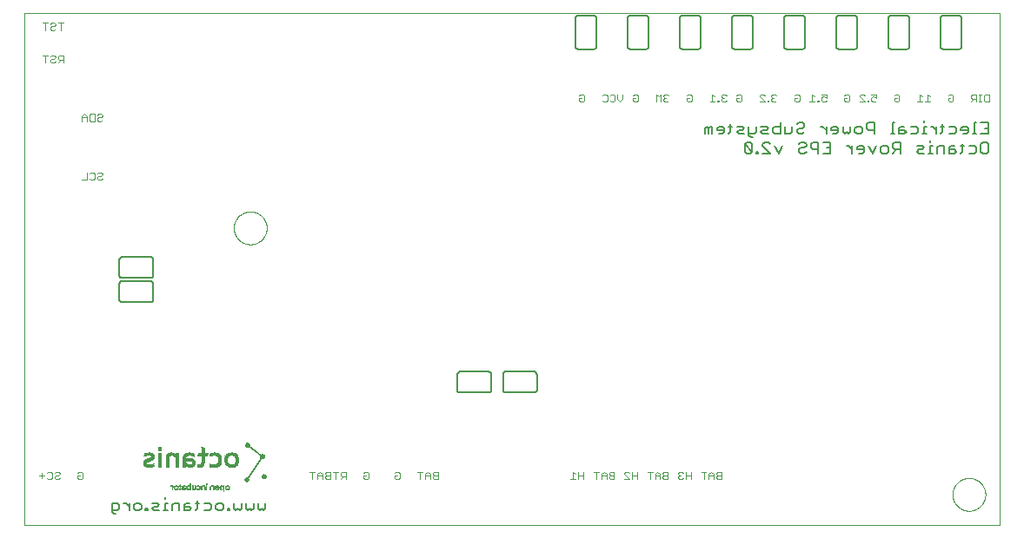
<source format=gbo>
G75*
%MOIN*%
%OFA0B0*%
%FSLAX25Y25*%
%IPPOS*%
%LPD*%
%AMOC8*
5,1,8,0,0,1.08239X$1,22.5*
%
%ADD10C,0.00000*%
%ADD11C,0.00700*%
%ADD12R,0.00300X0.00100*%
%ADD13R,0.00900X0.00100*%
%ADD14R,0.00800X0.00100*%
%ADD15R,0.01000X0.00100*%
%ADD16R,0.00400X0.00100*%
%ADD17R,0.00700X0.00100*%
%ADD18R,0.00600X0.00100*%
%ADD19R,0.01100X0.00100*%
%ADD20R,0.01200X0.00100*%
%ADD21R,0.01300X0.00100*%
%ADD22R,0.00500X0.00100*%
%ADD23R,0.01600X0.00100*%
%ADD24R,0.00100X0.00100*%
%ADD25R,0.00200X0.00100*%
%ADD26R,0.01700X0.00100*%
%ADD27R,0.01500X0.00100*%
%ADD28R,0.01400X0.00100*%
%ADD29R,0.01800X0.00100*%
%ADD30R,0.02100X0.00100*%
%ADD31R,0.01900X0.00100*%
%ADD32R,0.02500X0.00100*%
%ADD33R,0.03100X0.00100*%
%ADD34R,0.02200X0.00100*%
%ADD35R,0.02900X0.00100*%
%ADD36R,0.03400X0.00100*%
%ADD37R,0.02000X0.00100*%
%ADD38R,0.02400X0.00100*%
%ADD39R,0.03200X0.00100*%
%ADD40R,0.03300X0.00100*%
%ADD41R,0.03700X0.00100*%
%ADD42R,0.02800X0.00100*%
%ADD43R,0.03500X0.00100*%
%ADD44R,0.02300X0.00100*%
%ADD45R,0.04400X0.00100*%
%ADD46R,0.03800X0.00100*%
%ADD47R,0.03900X0.00100*%
%ADD48R,0.04500X0.00100*%
%ADD49R,0.04100X0.00100*%
%ADD50R,0.04000X0.00100*%
%ADD51R,0.04600X0.00100*%
%ADD52R,0.04300X0.00100*%
%ADD53R,0.04700X0.00100*%
%ADD54R,0.04200X0.00100*%
%ADD55R,0.04800X0.00100*%
%ADD56R,0.02700X0.00100*%
%ADD57R,0.03000X0.00100*%
%ADD58R,0.02600X0.00100*%
%ADD59R,0.04900X0.00100*%
%ADD60R,0.03600X0.00100*%
%ADD61C,0.00300*%
%ADD62C,0.00600*%
D10*
X0021985Y0025808D02*
X0021985Y0222658D01*
X0396000Y0222658D01*
X0396000Y0025808D01*
X0021985Y0025808D01*
X0102300Y0139981D02*
X0102302Y0140139D01*
X0102308Y0140297D01*
X0102318Y0140455D01*
X0102332Y0140613D01*
X0102350Y0140770D01*
X0102371Y0140927D01*
X0102397Y0141083D01*
X0102427Y0141239D01*
X0102460Y0141394D01*
X0102498Y0141547D01*
X0102539Y0141700D01*
X0102584Y0141852D01*
X0102633Y0142003D01*
X0102686Y0142152D01*
X0102742Y0142300D01*
X0102802Y0142446D01*
X0102866Y0142591D01*
X0102934Y0142734D01*
X0103005Y0142876D01*
X0103079Y0143016D01*
X0103157Y0143153D01*
X0103239Y0143289D01*
X0103323Y0143423D01*
X0103412Y0143554D01*
X0103503Y0143683D01*
X0103598Y0143810D01*
X0103695Y0143935D01*
X0103796Y0144057D01*
X0103900Y0144176D01*
X0104007Y0144293D01*
X0104117Y0144407D01*
X0104230Y0144518D01*
X0104345Y0144627D01*
X0104463Y0144732D01*
X0104584Y0144834D01*
X0104707Y0144934D01*
X0104833Y0145030D01*
X0104961Y0145123D01*
X0105091Y0145213D01*
X0105224Y0145299D01*
X0105359Y0145383D01*
X0105495Y0145462D01*
X0105634Y0145539D01*
X0105775Y0145611D01*
X0105917Y0145681D01*
X0106061Y0145746D01*
X0106207Y0145808D01*
X0106354Y0145866D01*
X0106503Y0145921D01*
X0106653Y0145972D01*
X0106804Y0146019D01*
X0106956Y0146062D01*
X0107109Y0146101D01*
X0107264Y0146137D01*
X0107419Y0146168D01*
X0107575Y0146196D01*
X0107731Y0146220D01*
X0107888Y0146240D01*
X0108046Y0146256D01*
X0108203Y0146268D01*
X0108362Y0146276D01*
X0108520Y0146280D01*
X0108678Y0146280D01*
X0108836Y0146276D01*
X0108995Y0146268D01*
X0109152Y0146256D01*
X0109310Y0146240D01*
X0109467Y0146220D01*
X0109623Y0146196D01*
X0109779Y0146168D01*
X0109934Y0146137D01*
X0110089Y0146101D01*
X0110242Y0146062D01*
X0110394Y0146019D01*
X0110545Y0145972D01*
X0110695Y0145921D01*
X0110844Y0145866D01*
X0110991Y0145808D01*
X0111137Y0145746D01*
X0111281Y0145681D01*
X0111423Y0145611D01*
X0111564Y0145539D01*
X0111703Y0145462D01*
X0111839Y0145383D01*
X0111974Y0145299D01*
X0112107Y0145213D01*
X0112237Y0145123D01*
X0112365Y0145030D01*
X0112491Y0144934D01*
X0112614Y0144834D01*
X0112735Y0144732D01*
X0112853Y0144627D01*
X0112968Y0144518D01*
X0113081Y0144407D01*
X0113191Y0144293D01*
X0113298Y0144176D01*
X0113402Y0144057D01*
X0113503Y0143935D01*
X0113600Y0143810D01*
X0113695Y0143683D01*
X0113786Y0143554D01*
X0113875Y0143423D01*
X0113959Y0143289D01*
X0114041Y0143153D01*
X0114119Y0143016D01*
X0114193Y0142876D01*
X0114264Y0142734D01*
X0114332Y0142591D01*
X0114396Y0142446D01*
X0114456Y0142300D01*
X0114512Y0142152D01*
X0114565Y0142003D01*
X0114614Y0141852D01*
X0114659Y0141700D01*
X0114700Y0141547D01*
X0114738Y0141394D01*
X0114771Y0141239D01*
X0114801Y0141083D01*
X0114827Y0140927D01*
X0114848Y0140770D01*
X0114866Y0140613D01*
X0114880Y0140455D01*
X0114890Y0140297D01*
X0114896Y0140139D01*
X0114898Y0139981D01*
X0114896Y0139823D01*
X0114890Y0139665D01*
X0114880Y0139507D01*
X0114866Y0139349D01*
X0114848Y0139192D01*
X0114827Y0139035D01*
X0114801Y0138879D01*
X0114771Y0138723D01*
X0114738Y0138568D01*
X0114700Y0138415D01*
X0114659Y0138262D01*
X0114614Y0138110D01*
X0114565Y0137959D01*
X0114512Y0137810D01*
X0114456Y0137662D01*
X0114396Y0137516D01*
X0114332Y0137371D01*
X0114264Y0137228D01*
X0114193Y0137086D01*
X0114119Y0136946D01*
X0114041Y0136809D01*
X0113959Y0136673D01*
X0113875Y0136539D01*
X0113786Y0136408D01*
X0113695Y0136279D01*
X0113600Y0136152D01*
X0113503Y0136027D01*
X0113402Y0135905D01*
X0113298Y0135786D01*
X0113191Y0135669D01*
X0113081Y0135555D01*
X0112968Y0135444D01*
X0112853Y0135335D01*
X0112735Y0135230D01*
X0112614Y0135128D01*
X0112491Y0135028D01*
X0112365Y0134932D01*
X0112237Y0134839D01*
X0112107Y0134749D01*
X0111974Y0134663D01*
X0111839Y0134579D01*
X0111703Y0134500D01*
X0111564Y0134423D01*
X0111423Y0134351D01*
X0111281Y0134281D01*
X0111137Y0134216D01*
X0110991Y0134154D01*
X0110844Y0134096D01*
X0110695Y0134041D01*
X0110545Y0133990D01*
X0110394Y0133943D01*
X0110242Y0133900D01*
X0110089Y0133861D01*
X0109934Y0133825D01*
X0109779Y0133794D01*
X0109623Y0133766D01*
X0109467Y0133742D01*
X0109310Y0133722D01*
X0109152Y0133706D01*
X0108995Y0133694D01*
X0108836Y0133686D01*
X0108678Y0133682D01*
X0108520Y0133682D01*
X0108362Y0133686D01*
X0108203Y0133694D01*
X0108046Y0133706D01*
X0107888Y0133722D01*
X0107731Y0133742D01*
X0107575Y0133766D01*
X0107419Y0133794D01*
X0107264Y0133825D01*
X0107109Y0133861D01*
X0106956Y0133900D01*
X0106804Y0133943D01*
X0106653Y0133990D01*
X0106503Y0134041D01*
X0106354Y0134096D01*
X0106207Y0134154D01*
X0106061Y0134216D01*
X0105917Y0134281D01*
X0105775Y0134351D01*
X0105634Y0134423D01*
X0105495Y0134500D01*
X0105359Y0134579D01*
X0105224Y0134663D01*
X0105091Y0134749D01*
X0104961Y0134839D01*
X0104833Y0134932D01*
X0104707Y0135028D01*
X0104584Y0135128D01*
X0104463Y0135230D01*
X0104345Y0135335D01*
X0104230Y0135444D01*
X0104117Y0135555D01*
X0104007Y0135669D01*
X0103900Y0135786D01*
X0103796Y0135905D01*
X0103695Y0136027D01*
X0103598Y0136152D01*
X0103503Y0136279D01*
X0103412Y0136408D01*
X0103323Y0136539D01*
X0103239Y0136673D01*
X0103157Y0136809D01*
X0103079Y0136946D01*
X0103005Y0137086D01*
X0102934Y0137228D01*
X0102866Y0137371D01*
X0102802Y0137516D01*
X0102742Y0137662D01*
X0102686Y0137810D01*
X0102633Y0137959D01*
X0102584Y0138110D01*
X0102539Y0138262D01*
X0102498Y0138415D01*
X0102460Y0138568D01*
X0102427Y0138723D01*
X0102397Y0138879D01*
X0102371Y0139035D01*
X0102350Y0139192D01*
X0102332Y0139349D01*
X0102318Y0139507D01*
X0102308Y0139665D01*
X0102302Y0139823D01*
X0102300Y0139981D01*
X0377890Y0037619D02*
X0377892Y0037777D01*
X0377898Y0037935D01*
X0377908Y0038093D01*
X0377922Y0038251D01*
X0377940Y0038408D01*
X0377961Y0038565D01*
X0377987Y0038721D01*
X0378017Y0038877D01*
X0378050Y0039032D01*
X0378088Y0039185D01*
X0378129Y0039338D01*
X0378174Y0039490D01*
X0378223Y0039641D01*
X0378276Y0039790D01*
X0378332Y0039938D01*
X0378392Y0040084D01*
X0378456Y0040229D01*
X0378524Y0040372D01*
X0378595Y0040514D01*
X0378669Y0040654D01*
X0378747Y0040791D01*
X0378829Y0040927D01*
X0378913Y0041061D01*
X0379002Y0041192D01*
X0379093Y0041321D01*
X0379188Y0041448D01*
X0379285Y0041573D01*
X0379386Y0041695D01*
X0379490Y0041814D01*
X0379597Y0041931D01*
X0379707Y0042045D01*
X0379820Y0042156D01*
X0379935Y0042265D01*
X0380053Y0042370D01*
X0380174Y0042472D01*
X0380297Y0042572D01*
X0380423Y0042668D01*
X0380551Y0042761D01*
X0380681Y0042851D01*
X0380814Y0042937D01*
X0380949Y0043021D01*
X0381085Y0043100D01*
X0381224Y0043177D01*
X0381365Y0043249D01*
X0381507Y0043319D01*
X0381651Y0043384D01*
X0381797Y0043446D01*
X0381944Y0043504D01*
X0382093Y0043559D01*
X0382243Y0043610D01*
X0382394Y0043657D01*
X0382546Y0043700D01*
X0382699Y0043739D01*
X0382854Y0043775D01*
X0383009Y0043806D01*
X0383165Y0043834D01*
X0383321Y0043858D01*
X0383478Y0043878D01*
X0383636Y0043894D01*
X0383793Y0043906D01*
X0383952Y0043914D01*
X0384110Y0043918D01*
X0384268Y0043918D01*
X0384426Y0043914D01*
X0384585Y0043906D01*
X0384742Y0043894D01*
X0384900Y0043878D01*
X0385057Y0043858D01*
X0385213Y0043834D01*
X0385369Y0043806D01*
X0385524Y0043775D01*
X0385679Y0043739D01*
X0385832Y0043700D01*
X0385984Y0043657D01*
X0386135Y0043610D01*
X0386285Y0043559D01*
X0386434Y0043504D01*
X0386581Y0043446D01*
X0386727Y0043384D01*
X0386871Y0043319D01*
X0387013Y0043249D01*
X0387154Y0043177D01*
X0387293Y0043100D01*
X0387429Y0043021D01*
X0387564Y0042937D01*
X0387697Y0042851D01*
X0387827Y0042761D01*
X0387955Y0042668D01*
X0388081Y0042572D01*
X0388204Y0042472D01*
X0388325Y0042370D01*
X0388443Y0042265D01*
X0388558Y0042156D01*
X0388671Y0042045D01*
X0388781Y0041931D01*
X0388888Y0041814D01*
X0388992Y0041695D01*
X0389093Y0041573D01*
X0389190Y0041448D01*
X0389285Y0041321D01*
X0389376Y0041192D01*
X0389465Y0041061D01*
X0389549Y0040927D01*
X0389631Y0040791D01*
X0389709Y0040654D01*
X0389783Y0040514D01*
X0389854Y0040372D01*
X0389922Y0040229D01*
X0389986Y0040084D01*
X0390046Y0039938D01*
X0390102Y0039790D01*
X0390155Y0039641D01*
X0390204Y0039490D01*
X0390249Y0039338D01*
X0390290Y0039185D01*
X0390328Y0039032D01*
X0390361Y0038877D01*
X0390391Y0038721D01*
X0390417Y0038565D01*
X0390438Y0038408D01*
X0390456Y0038251D01*
X0390470Y0038093D01*
X0390480Y0037935D01*
X0390486Y0037777D01*
X0390488Y0037619D01*
X0390486Y0037461D01*
X0390480Y0037303D01*
X0390470Y0037145D01*
X0390456Y0036987D01*
X0390438Y0036830D01*
X0390417Y0036673D01*
X0390391Y0036517D01*
X0390361Y0036361D01*
X0390328Y0036206D01*
X0390290Y0036053D01*
X0390249Y0035900D01*
X0390204Y0035748D01*
X0390155Y0035597D01*
X0390102Y0035448D01*
X0390046Y0035300D01*
X0389986Y0035154D01*
X0389922Y0035009D01*
X0389854Y0034866D01*
X0389783Y0034724D01*
X0389709Y0034584D01*
X0389631Y0034447D01*
X0389549Y0034311D01*
X0389465Y0034177D01*
X0389376Y0034046D01*
X0389285Y0033917D01*
X0389190Y0033790D01*
X0389093Y0033665D01*
X0388992Y0033543D01*
X0388888Y0033424D01*
X0388781Y0033307D01*
X0388671Y0033193D01*
X0388558Y0033082D01*
X0388443Y0032973D01*
X0388325Y0032868D01*
X0388204Y0032766D01*
X0388081Y0032666D01*
X0387955Y0032570D01*
X0387827Y0032477D01*
X0387697Y0032387D01*
X0387564Y0032301D01*
X0387429Y0032217D01*
X0387293Y0032138D01*
X0387154Y0032061D01*
X0387013Y0031989D01*
X0386871Y0031919D01*
X0386727Y0031854D01*
X0386581Y0031792D01*
X0386434Y0031734D01*
X0386285Y0031679D01*
X0386135Y0031628D01*
X0385984Y0031581D01*
X0385832Y0031538D01*
X0385679Y0031499D01*
X0385524Y0031463D01*
X0385369Y0031432D01*
X0385213Y0031404D01*
X0385057Y0031380D01*
X0384900Y0031360D01*
X0384742Y0031344D01*
X0384585Y0031332D01*
X0384426Y0031324D01*
X0384268Y0031320D01*
X0384110Y0031320D01*
X0383952Y0031324D01*
X0383793Y0031332D01*
X0383636Y0031344D01*
X0383478Y0031360D01*
X0383321Y0031380D01*
X0383165Y0031404D01*
X0383009Y0031432D01*
X0382854Y0031463D01*
X0382699Y0031499D01*
X0382546Y0031538D01*
X0382394Y0031581D01*
X0382243Y0031628D01*
X0382093Y0031679D01*
X0381944Y0031734D01*
X0381797Y0031792D01*
X0381651Y0031854D01*
X0381507Y0031919D01*
X0381365Y0031989D01*
X0381224Y0032061D01*
X0381085Y0032138D01*
X0380949Y0032217D01*
X0380814Y0032301D01*
X0380681Y0032387D01*
X0380551Y0032477D01*
X0380423Y0032570D01*
X0380297Y0032666D01*
X0380174Y0032766D01*
X0380053Y0032868D01*
X0379935Y0032973D01*
X0379820Y0033082D01*
X0379707Y0033193D01*
X0379597Y0033307D01*
X0379490Y0033424D01*
X0379386Y0033543D01*
X0379285Y0033665D01*
X0379188Y0033790D01*
X0379093Y0033917D01*
X0379002Y0034046D01*
X0378913Y0034177D01*
X0378829Y0034311D01*
X0378747Y0034447D01*
X0378669Y0034584D01*
X0378595Y0034724D01*
X0378524Y0034866D01*
X0378456Y0035009D01*
X0378392Y0035154D01*
X0378332Y0035300D01*
X0378276Y0035448D01*
X0378223Y0035597D01*
X0378174Y0035748D01*
X0378129Y0035900D01*
X0378088Y0036053D01*
X0378050Y0036206D01*
X0378017Y0036361D01*
X0377987Y0036517D01*
X0377961Y0036673D01*
X0377940Y0036830D01*
X0377922Y0036987D01*
X0377908Y0037145D01*
X0377898Y0037303D01*
X0377892Y0037461D01*
X0377890Y0037619D01*
D11*
X0378640Y0168658D02*
X0376488Y0168658D01*
X0376488Y0170809D01*
X0377206Y0171527D01*
X0378640Y0171527D01*
X0378640Y0170092D02*
X0376488Y0170092D01*
X0378640Y0170092D02*
X0379358Y0169375D01*
X0378640Y0168658D01*
X0380992Y0168658D02*
X0381710Y0169375D01*
X0381710Y0172244D01*
X0382427Y0171527D02*
X0380992Y0171527D01*
X0384162Y0171527D02*
X0386314Y0171527D01*
X0387031Y0170809D01*
X0387031Y0169375D01*
X0386314Y0168658D01*
X0384162Y0168658D01*
X0388766Y0169375D02*
X0388766Y0172244D01*
X0389483Y0172961D01*
X0390917Y0172961D01*
X0391635Y0172244D01*
X0391635Y0169375D01*
X0390917Y0168658D01*
X0389483Y0168658D01*
X0388766Y0169375D01*
X0388766Y0176158D02*
X0391635Y0176158D01*
X0391635Y0180461D01*
X0388766Y0180461D01*
X0387031Y0180461D02*
X0386314Y0180461D01*
X0386314Y0176158D01*
X0387031Y0176158D02*
X0385596Y0176158D01*
X0383962Y0176875D02*
X0383962Y0178309D01*
X0383244Y0179027D01*
X0381810Y0179027D01*
X0381092Y0178309D01*
X0381092Y0177592D01*
X0383962Y0177592D01*
X0383962Y0176875D02*
X0383244Y0176158D01*
X0381810Y0176158D01*
X0379358Y0176875D02*
X0379358Y0178309D01*
X0378640Y0179027D01*
X0376488Y0179027D01*
X0374754Y0179027D02*
X0373319Y0179027D01*
X0374036Y0179744D02*
X0374036Y0176875D01*
X0373319Y0176158D01*
X0371684Y0176158D02*
X0371684Y0179027D01*
X0370250Y0179027D02*
X0369533Y0179027D01*
X0370250Y0179027D02*
X0371684Y0177592D01*
X0367848Y0176158D02*
X0366413Y0176158D01*
X0367131Y0176158D02*
X0367131Y0179027D01*
X0367848Y0179027D01*
X0367131Y0180461D02*
X0367131Y0181179D01*
X0364779Y0178309D02*
X0364061Y0179027D01*
X0361909Y0179027D01*
X0359457Y0179027D02*
X0358023Y0179027D01*
X0357305Y0178309D01*
X0357305Y0176158D01*
X0359457Y0176158D01*
X0360175Y0176875D01*
X0359457Y0177592D01*
X0357305Y0177592D01*
X0355571Y0176158D02*
X0354136Y0176158D01*
X0354853Y0176158D02*
X0354853Y0180461D01*
X0355571Y0180461D01*
X0361909Y0176158D02*
X0364061Y0176158D01*
X0364779Y0176875D01*
X0364779Y0178309D01*
X0369432Y0173679D02*
X0369432Y0172961D01*
X0369432Y0171527D02*
X0369432Y0168658D01*
X0368715Y0168658D02*
X0370150Y0168658D01*
X0371885Y0168658D02*
X0371885Y0170809D01*
X0372602Y0171527D01*
X0374754Y0171527D01*
X0374754Y0168658D01*
X0370150Y0171527D02*
X0369432Y0171527D01*
X0367080Y0170809D02*
X0366363Y0171527D01*
X0364211Y0171527D01*
X0364929Y0170092D02*
X0364211Y0169375D01*
X0364929Y0168658D01*
X0367080Y0168658D01*
X0366363Y0170092D02*
X0367080Y0170809D01*
X0366363Y0170092D02*
X0364929Y0170092D01*
X0357873Y0170092D02*
X0355721Y0170092D01*
X0355004Y0170809D01*
X0355004Y0172244D01*
X0355721Y0172961D01*
X0357873Y0172961D01*
X0357873Y0168658D01*
X0356438Y0170092D02*
X0355004Y0168658D01*
X0353269Y0169375D02*
X0352551Y0168658D01*
X0351117Y0168658D01*
X0350400Y0169375D01*
X0350400Y0170809D01*
X0351117Y0171527D01*
X0352551Y0171527D01*
X0353269Y0170809D01*
X0353269Y0169375D01*
X0348665Y0171527D02*
X0347230Y0168658D01*
X0345796Y0171527D01*
X0344061Y0170809D02*
X0344061Y0169375D01*
X0343344Y0168658D01*
X0341909Y0168658D01*
X0341192Y0170092D02*
X0344061Y0170092D01*
X0344061Y0170809D02*
X0343344Y0171527D01*
X0341909Y0171527D01*
X0341192Y0170809D01*
X0341192Y0170092D01*
X0339457Y0170092D02*
X0338022Y0171527D01*
X0337305Y0171527D01*
X0339457Y0171527D02*
X0339457Y0168658D01*
X0331016Y0168658D02*
X0331016Y0172961D01*
X0328147Y0172961D01*
X0326412Y0172961D02*
X0324261Y0172961D01*
X0323543Y0172244D01*
X0323543Y0170809D01*
X0324261Y0170092D01*
X0326412Y0170092D01*
X0326412Y0168658D02*
X0326412Y0172961D01*
X0329582Y0170809D02*
X0331016Y0170809D01*
X0331016Y0168658D02*
X0328147Y0168658D01*
X0321809Y0169375D02*
X0321091Y0168658D01*
X0319657Y0168658D01*
X0318939Y0169375D01*
X0318939Y0170092D01*
X0319657Y0170809D01*
X0321091Y0170809D01*
X0321809Y0171527D01*
X0321809Y0172244D01*
X0321091Y0172961D01*
X0319657Y0172961D01*
X0318939Y0172244D01*
X0318889Y0176158D02*
X0320324Y0176158D01*
X0321041Y0176875D01*
X0320324Y0178309D02*
X0318889Y0178309D01*
X0318172Y0177592D01*
X0318172Y0176875D01*
X0318889Y0176158D01*
X0316437Y0176875D02*
X0315720Y0176158D01*
X0313568Y0176158D01*
X0313568Y0179027D01*
X0311833Y0179027D02*
X0309682Y0179027D01*
X0308964Y0178309D01*
X0308964Y0176875D01*
X0309682Y0176158D01*
X0311833Y0176158D01*
X0311833Y0180461D01*
X0316437Y0179027D02*
X0316437Y0176875D01*
X0320324Y0178309D02*
X0321041Y0179027D01*
X0321041Y0179744D01*
X0320324Y0180461D01*
X0318889Y0180461D01*
X0318172Y0179744D01*
X0327330Y0179027D02*
X0328047Y0179027D01*
X0329482Y0177592D01*
X0329482Y0176158D02*
X0329482Y0179027D01*
X0331217Y0178309D02*
X0331217Y0177592D01*
X0334086Y0177592D01*
X0334086Y0176875D02*
X0334086Y0178309D01*
X0333368Y0179027D01*
X0331934Y0179027D01*
X0331217Y0178309D01*
X0331934Y0176158D02*
X0333368Y0176158D01*
X0334086Y0176875D01*
X0335821Y0176875D02*
X0335821Y0179027D01*
X0335821Y0176875D02*
X0336538Y0176158D01*
X0337255Y0176875D01*
X0337972Y0176158D01*
X0338690Y0176875D01*
X0338690Y0179027D01*
X0340424Y0178309D02*
X0340424Y0176875D01*
X0341142Y0176158D01*
X0342576Y0176158D01*
X0343294Y0176875D01*
X0343294Y0178309D01*
X0342576Y0179027D01*
X0341142Y0179027D01*
X0340424Y0178309D01*
X0345028Y0178309D02*
X0345028Y0179744D01*
X0345746Y0180461D01*
X0347897Y0180461D01*
X0347897Y0176158D01*
X0347897Y0177592D02*
X0345746Y0177592D01*
X0345028Y0178309D01*
X0376488Y0176158D02*
X0378640Y0176158D01*
X0379358Y0176875D01*
X0390200Y0178309D02*
X0391635Y0178309D01*
X0312601Y0171527D02*
X0311166Y0168658D01*
X0309732Y0171527D01*
X0307997Y0172244D02*
X0307280Y0172961D01*
X0305845Y0172961D01*
X0305128Y0172244D01*
X0305128Y0171527D01*
X0307997Y0168658D01*
X0305128Y0168658D01*
X0303393Y0168658D02*
X0302676Y0168658D01*
X0302676Y0169375D01*
X0303393Y0169375D01*
X0303393Y0168658D01*
X0301091Y0169375D02*
X0298222Y0172244D01*
X0298222Y0169375D01*
X0298939Y0168658D01*
X0300374Y0168658D01*
X0301091Y0169375D01*
X0301091Y0172244D01*
X0300374Y0172961D01*
X0298939Y0172961D01*
X0298222Y0172244D01*
X0300474Y0174723D02*
X0301191Y0174723D01*
X0300474Y0174723D02*
X0299756Y0175440D01*
X0299756Y0179027D01*
X0298022Y0178309D02*
X0297304Y0179027D01*
X0295153Y0179027D01*
X0295870Y0177592D02*
X0297304Y0177592D01*
X0298022Y0178309D01*
X0298022Y0176158D02*
X0295870Y0176158D01*
X0295153Y0176875D01*
X0295870Y0177592D01*
X0293418Y0179027D02*
X0291983Y0179027D01*
X0292700Y0179744D02*
X0292700Y0176875D01*
X0291983Y0176158D01*
X0290348Y0176875D02*
X0290348Y0178309D01*
X0289631Y0179027D01*
X0288197Y0179027D01*
X0287479Y0178309D01*
X0287479Y0177592D01*
X0290348Y0177592D01*
X0290348Y0176875D02*
X0289631Y0176158D01*
X0288197Y0176158D01*
X0285744Y0176158D02*
X0285744Y0179027D01*
X0285027Y0179027D01*
X0284310Y0178309D01*
X0283593Y0179027D01*
X0282875Y0178309D01*
X0282875Y0176158D01*
X0284310Y0176158D02*
X0284310Y0178309D01*
X0299756Y0176158D02*
X0301908Y0176158D01*
X0302626Y0176875D01*
X0302626Y0179027D01*
X0304360Y0179027D02*
X0306512Y0179027D01*
X0307229Y0178309D01*
X0306512Y0177592D01*
X0305078Y0177592D01*
X0304360Y0176875D01*
X0305078Y0176158D01*
X0307229Y0176158D01*
X0076107Y0036527D02*
X0076107Y0035809D01*
X0076107Y0034375D02*
X0076107Y0031506D01*
X0076824Y0031506D02*
X0075390Y0031506D01*
X0073755Y0031506D02*
X0071603Y0031506D01*
X0070886Y0032223D01*
X0071603Y0032940D01*
X0073038Y0032940D01*
X0073755Y0033657D01*
X0073038Y0034375D01*
X0070886Y0034375D01*
X0069151Y0032223D02*
X0068434Y0032223D01*
X0068434Y0031506D01*
X0069151Y0031506D01*
X0069151Y0032223D01*
X0066849Y0032223D02*
X0066132Y0031506D01*
X0064697Y0031506D01*
X0063980Y0032223D01*
X0063980Y0033657D01*
X0064697Y0034375D01*
X0066132Y0034375D01*
X0066849Y0033657D01*
X0066849Y0032223D01*
X0062245Y0032940D02*
X0060811Y0034375D01*
X0060093Y0034375D01*
X0058409Y0033657D02*
X0057691Y0034375D01*
X0055539Y0034375D01*
X0055539Y0030788D01*
X0056257Y0030071D01*
X0056974Y0030071D01*
X0057691Y0031506D02*
X0055539Y0031506D01*
X0057691Y0031506D02*
X0058409Y0032223D01*
X0058409Y0033657D01*
X0062245Y0034375D02*
X0062245Y0031506D01*
X0076107Y0034375D02*
X0076824Y0034375D01*
X0078559Y0033657D02*
X0078559Y0031506D01*
X0078559Y0033657D02*
X0079276Y0034375D01*
X0081428Y0034375D01*
X0081428Y0031506D01*
X0083163Y0031506D02*
X0083163Y0033657D01*
X0083880Y0034375D01*
X0085315Y0034375D01*
X0085315Y0032940D02*
X0083163Y0032940D01*
X0083163Y0031506D02*
X0085315Y0031506D01*
X0086032Y0032223D01*
X0085315Y0032940D01*
X0087667Y0031506D02*
X0088384Y0032223D01*
X0088384Y0035092D01*
X0089101Y0034375D02*
X0087667Y0034375D01*
X0090836Y0034375D02*
X0092988Y0034375D01*
X0093705Y0033657D01*
X0093705Y0032223D01*
X0092988Y0031506D01*
X0090836Y0031506D01*
X0095440Y0032223D02*
X0095440Y0033657D01*
X0096157Y0034375D01*
X0097592Y0034375D01*
X0098309Y0033657D01*
X0098309Y0032223D01*
X0097592Y0031506D01*
X0096157Y0031506D01*
X0095440Y0032223D01*
X0099894Y0032223D02*
X0099894Y0031506D01*
X0100611Y0031506D01*
X0100611Y0032223D01*
X0099894Y0032223D01*
X0102346Y0032223D02*
X0102346Y0034375D01*
X0102346Y0032223D02*
X0103063Y0031506D01*
X0103781Y0032223D01*
X0104498Y0031506D01*
X0105215Y0032223D01*
X0105215Y0034375D01*
X0106950Y0034375D02*
X0106950Y0032223D01*
X0107667Y0031506D01*
X0108384Y0032223D01*
X0109102Y0031506D01*
X0109819Y0032223D01*
X0109819Y0034375D01*
X0111554Y0034375D02*
X0111554Y0032223D01*
X0112271Y0031506D01*
X0112988Y0032223D01*
X0113706Y0031506D01*
X0114423Y0032223D01*
X0114423Y0034375D01*
D12*
X0100585Y0039808D03*
X0100585Y0039908D03*
X0100585Y0040008D03*
X0100585Y0040108D03*
X0099185Y0040108D03*
X0099185Y0040008D03*
X0099185Y0039908D03*
X0099185Y0039808D03*
X0098485Y0039808D03*
X0098485Y0039908D03*
X0098485Y0040008D03*
X0098485Y0040108D03*
X0098485Y0040708D03*
X0098485Y0040808D03*
X0098485Y0039308D03*
X0098485Y0039208D03*
X0098485Y0039108D03*
X0098485Y0039008D03*
X0098485Y0038908D03*
X0098485Y0038808D03*
X0098485Y0038708D03*
X0098485Y0038608D03*
X0098485Y0038508D03*
X0097085Y0039908D03*
X0097085Y0040008D03*
X0097085Y0040108D03*
X0096485Y0040208D03*
X0096485Y0040308D03*
X0096485Y0039808D03*
X0096485Y0039708D03*
X0094585Y0040708D03*
X0094585Y0040808D03*
X0093485Y0040308D03*
X0091985Y0040308D03*
X0091985Y0040408D03*
X0091985Y0040508D03*
X0091985Y0040608D03*
X0091985Y0040708D03*
X0091985Y0040808D03*
X0091985Y0041208D03*
X0091985Y0041508D03*
X0091185Y0040808D03*
X0091185Y0040708D03*
X0091985Y0040208D03*
X0091985Y0040108D03*
X0091985Y0040008D03*
X0091985Y0039908D03*
X0091985Y0039808D03*
X0091985Y0039708D03*
X0091985Y0039608D03*
X0091985Y0039508D03*
X0091985Y0039408D03*
X0091985Y0039308D03*
X0091985Y0039208D03*
X0090085Y0040408D03*
X0089385Y0040108D03*
X0089385Y0040008D03*
X0089385Y0039908D03*
X0088285Y0040508D03*
X0087585Y0040808D03*
X0084385Y0039708D03*
X0083785Y0039708D03*
X0083785Y0039608D03*
X0082685Y0039608D03*
X0082685Y0039708D03*
X0082685Y0039808D03*
X0082685Y0039908D03*
X0082685Y0040208D03*
X0082685Y0040308D03*
X0081885Y0040308D03*
X0081885Y0040408D03*
X0081885Y0040508D03*
X0081885Y0040208D03*
X0081885Y0040108D03*
X0081885Y0040008D03*
X0081885Y0039908D03*
X0081885Y0039808D03*
X0081885Y0039708D03*
X0080985Y0039808D03*
X0080985Y0039908D03*
X0080985Y0040008D03*
X0080985Y0040108D03*
X0081885Y0040908D03*
X0081885Y0041008D03*
X0081885Y0041108D03*
X0081885Y0041208D03*
X0081885Y0041308D03*
X0082685Y0039208D03*
X0079585Y0039808D03*
X0079585Y0039908D03*
X0079585Y0040008D03*
X0079585Y0040108D03*
X0078885Y0040108D03*
X0078885Y0040208D03*
X0078885Y0040008D03*
X0078885Y0039908D03*
X0078885Y0039808D03*
X0078885Y0039708D03*
X0078885Y0039608D03*
X0078885Y0039508D03*
X0078885Y0039408D03*
X0078885Y0039308D03*
X0078885Y0039208D03*
X0078885Y0040708D03*
X0078885Y0040808D03*
X0087185Y0052008D03*
X0113985Y0045108D03*
D13*
X0099885Y0039208D03*
X0097685Y0040708D03*
X0088685Y0039208D03*
X0081785Y0040808D03*
X0080285Y0039208D03*
X0078585Y0040608D03*
D14*
X0084935Y0039208D03*
X0090435Y0040708D03*
X0093835Y0040708D03*
X0097735Y0039208D03*
X0098235Y0039408D03*
X0114035Y0043508D03*
X0094835Y0053408D03*
X0086935Y0052108D03*
X0073935Y0054208D03*
X0073935Y0055508D03*
X0069835Y0053408D03*
D15*
X0071335Y0049008D03*
X0081835Y0040708D03*
X0081835Y0040608D03*
X0083035Y0040108D03*
X0084935Y0040708D03*
X0084935Y0039308D03*
X0095835Y0039208D03*
X0095835Y0040708D03*
X0097735Y0039308D03*
X0107635Y0044008D03*
X0114035Y0045008D03*
X0107635Y0057108D03*
X0090435Y0055408D03*
X0086835Y0052208D03*
D16*
X0093235Y0052108D03*
X0085735Y0041508D03*
X0085735Y0041408D03*
X0085735Y0041308D03*
X0085735Y0041208D03*
X0085735Y0041108D03*
X0085735Y0041008D03*
X0085735Y0040908D03*
X0085735Y0040808D03*
X0085735Y0040708D03*
X0085735Y0040208D03*
X0085735Y0040108D03*
X0085735Y0040008D03*
X0085735Y0039908D03*
X0085735Y0039808D03*
X0085735Y0039708D03*
X0085735Y0039308D03*
X0085735Y0039208D03*
X0086535Y0039208D03*
X0086535Y0039608D03*
X0086535Y0039708D03*
X0086535Y0039808D03*
X0086535Y0039908D03*
X0086535Y0040008D03*
X0086535Y0040108D03*
X0086535Y0040208D03*
X0086535Y0040308D03*
X0086535Y0040408D03*
X0086535Y0040508D03*
X0086535Y0040608D03*
X0086535Y0040708D03*
X0086535Y0040808D03*
X0087635Y0040708D03*
X0087635Y0040608D03*
X0087635Y0040508D03*
X0087635Y0040408D03*
X0087635Y0040308D03*
X0087635Y0040208D03*
X0087635Y0040108D03*
X0087635Y0040008D03*
X0087635Y0039908D03*
X0087635Y0039808D03*
X0087635Y0039708D03*
X0087635Y0039608D03*
X0087535Y0039508D03*
X0089235Y0039608D03*
X0089335Y0039708D03*
X0089335Y0039808D03*
X0089335Y0040208D03*
X0089335Y0040308D03*
X0089235Y0040408D03*
X0090035Y0040308D03*
X0090035Y0040208D03*
X0090035Y0040108D03*
X0090035Y0040008D03*
X0090035Y0039908D03*
X0090035Y0039808D03*
X0090035Y0039708D03*
X0090035Y0039608D03*
X0090035Y0039508D03*
X0090035Y0039408D03*
X0090035Y0039308D03*
X0090035Y0039208D03*
X0091135Y0039208D03*
X0091135Y0039308D03*
X0091135Y0039408D03*
X0091135Y0039508D03*
X0091135Y0039608D03*
X0091135Y0039708D03*
X0091135Y0039808D03*
X0091135Y0039908D03*
X0091135Y0040008D03*
X0091135Y0040108D03*
X0091135Y0040208D03*
X0091135Y0040308D03*
X0090135Y0040508D03*
X0093435Y0040208D03*
X0093435Y0040108D03*
X0093435Y0040008D03*
X0093435Y0039908D03*
X0093435Y0039808D03*
X0093435Y0039708D03*
X0093435Y0039608D03*
X0093435Y0039508D03*
X0093435Y0039408D03*
X0093435Y0039308D03*
X0093435Y0039208D03*
X0094535Y0039208D03*
X0094535Y0039308D03*
X0094535Y0039408D03*
X0094535Y0039508D03*
X0094535Y0039608D03*
X0094535Y0039708D03*
X0094535Y0039808D03*
X0094535Y0039908D03*
X0094535Y0040008D03*
X0094535Y0040108D03*
X0094535Y0040208D03*
X0094535Y0040308D03*
X0095235Y0040308D03*
X0095235Y0040208D03*
X0095335Y0040408D03*
X0096335Y0040508D03*
X0096435Y0040408D03*
X0097135Y0040308D03*
X0097135Y0040208D03*
X0097235Y0040408D03*
X0097135Y0039808D03*
X0097135Y0039708D03*
X0096435Y0039608D03*
X0096335Y0039508D03*
X0098435Y0039608D03*
X0098435Y0039708D03*
X0098435Y0040208D03*
X0098435Y0040308D03*
X0099235Y0040308D03*
X0099235Y0040208D03*
X0099335Y0040408D03*
X0099235Y0039708D03*
X0099235Y0039608D03*
X0100535Y0039708D03*
X0100535Y0040208D03*
X0100535Y0040308D03*
X0100435Y0040408D03*
X0093535Y0040408D03*
X0093535Y0040508D03*
X0084435Y0040408D03*
X0084435Y0040308D03*
X0084335Y0040208D03*
X0084335Y0040108D03*
X0084335Y0040008D03*
X0084335Y0039908D03*
X0084335Y0039808D03*
X0084435Y0039608D03*
X0083735Y0039508D03*
X0083735Y0039808D03*
X0082735Y0039508D03*
X0082735Y0040408D03*
X0082835Y0040508D03*
X0081835Y0039608D03*
X0081835Y0039508D03*
X0080935Y0039608D03*
X0080935Y0039708D03*
X0080935Y0040208D03*
X0080935Y0040308D03*
X0080835Y0040408D03*
X0079735Y0040408D03*
X0079635Y0040308D03*
X0079635Y0040208D03*
X0079635Y0039708D03*
X0078835Y0040308D03*
X0078835Y0040408D03*
X0078335Y0040808D03*
X0073935Y0055608D03*
X0107435Y0042308D03*
D17*
X0099885Y0040808D03*
X0088685Y0040808D03*
X0087185Y0039208D03*
X0086685Y0039408D03*
X0085585Y0040508D03*
X0083285Y0040808D03*
X0083385Y0039208D03*
X0080285Y0040808D03*
X0071485Y0049108D03*
X0085185Y0053408D03*
X0101485Y0053408D03*
X0107585Y0055608D03*
X0108585Y0055608D03*
X0108685Y0055508D03*
X0108985Y0055308D03*
X0109085Y0055208D03*
X0109285Y0055108D03*
X0109485Y0054908D03*
X0109785Y0054708D03*
X0109985Y0054508D03*
X0110285Y0054308D03*
X0110385Y0054208D03*
X0110485Y0054108D03*
X0110685Y0054008D03*
X0110785Y0053908D03*
X0110985Y0053808D03*
X0111185Y0053608D03*
X0111585Y0053308D03*
X0111685Y0053208D03*
X0111785Y0053108D03*
X0111985Y0053008D03*
X0112085Y0052908D03*
X0112185Y0052808D03*
D18*
X0111435Y0053408D03*
X0111335Y0053508D03*
X0111035Y0053708D03*
X0110135Y0054408D03*
X0109935Y0054608D03*
X0109635Y0054808D03*
X0109435Y0055008D03*
X0108835Y0055408D03*
X0112735Y0051108D03*
X0100235Y0039408D03*
X0099535Y0039408D03*
X0098335Y0039508D03*
X0097435Y0039408D03*
X0096235Y0039408D03*
X0095835Y0040808D03*
X0094435Y0040508D03*
X0097735Y0040808D03*
X0098335Y0040508D03*
X0091035Y0040508D03*
X0089035Y0039408D03*
X0088335Y0039408D03*
X0087435Y0039408D03*
X0085635Y0039508D03*
X0084935Y0040808D03*
X0083635Y0039908D03*
X0082835Y0039408D03*
X0081635Y0039308D03*
X0081635Y0039208D03*
X0080635Y0039408D03*
X0079935Y0039408D03*
X0078735Y0040508D03*
X0093335Y0052208D03*
X0078335Y0053408D03*
D19*
X0073985Y0054308D03*
X0073985Y0055408D03*
X0080285Y0040708D03*
X0080285Y0039308D03*
X0083285Y0040708D03*
X0088685Y0040708D03*
X0088685Y0039308D03*
X0099885Y0039308D03*
X0099885Y0040708D03*
X0107385Y0042508D03*
X0114085Y0043608D03*
X0113085Y0051208D03*
X0107585Y0057008D03*
D20*
X0113235Y0051308D03*
X0114035Y0044908D03*
X0114035Y0043708D03*
X0107535Y0043908D03*
X0107435Y0042608D03*
X0095835Y0040608D03*
X0095835Y0039308D03*
X0083235Y0040608D03*
X0083335Y0048008D03*
X0080635Y0053208D03*
X0080635Y0053308D03*
X0073935Y0053208D03*
X0073935Y0054408D03*
X0073935Y0055308D03*
X0068435Y0052308D03*
X0093635Y0052308D03*
D21*
X0090585Y0052108D03*
X0090585Y0052008D03*
X0090585Y0051908D03*
X0090585Y0051808D03*
X0090585Y0051708D03*
X0090585Y0051608D03*
X0090585Y0051508D03*
X0090585Y0051408D03*
X0090585Y0051308D03*
X0090585Y0051208D03*
X0090585Y0051108D03*
X0090585Y0051008D03*
X0090585Y0050908D03*
X0090585Y0050808D03*
X0090585Y0050708D03*
X0090585Y0050608D03*
X0090585Y0050508D03*
X0090585Y0050408D03*
X0090585Y0050308D03*
X0090585Y0050208D03*
X0090585Y0050108D03*
X0090585Y0050008D03*
X0096985Y0050108D03*
X0097085Y0050508D03*
X0097085Y0050608D03*
X0097085Y0050708D03*
X0096985Y0051108D03*
X0096985Y0051208D03*
X0099385Y0051008D03*
X0099385Y0050908D03*
X0099385Y0050808D03*
X0099385Y0050708D03*
X0099385Y0050608D03*
X0099385Y0050508D03*
X0099385Y0050408D03*
X0099385Y0050308D03*
X0099385Y0050208D03*
X0099485Y0049708D03*
X0099585Y0051808D03*
X0103485Y0051508D03*
X0103585Y0051308D03*
X0103585Y0051208D03*
X0103585Y0051108D03*
X0103585Y0051008D03*
X0103585Y0050908D03*
X0103585Y0050808D03*
X0103585Y0050708D03*
X0103585Y0050608D03*
X0103585Y0050508D03*
X0103585Y0050408D03*
X0103585Y0050308D03*
X0103585Y0050208D03*
X0103585Y0050108D03*
X0103585Y0050008D03*
X0103485Y0049808D03*
X0103485Y0049708D03*
X0107485Y0043808D03*
X0099885Y0040608D03*
X0088685Y0040608D03*
X0086985Y0039308D03*
X0083185Y0039308D03*
X0083185Y0040008D03*
X0080285Y0040608D03*
X0080585Y0048008D03*
X0083385Y0048108D03*
X0083385Y0048208D03*
X0083385Y0050008D03*
X0083385Y0051308D03*
X0083385Y0051408D03*
X0083385Y0051508D03*
X0083385Y0051608D03*
X0080585Y0053008D03*
X0080585Y0053108D03*
X0076885Y0051808D03*
X0076885Y0051708D03*
X0076885Y0051608D03*
X0076885Y0051508D03*
X0076885Y0051408D03*
X0076885Y0051308D03*
X0076885Y0051208D03*
X0076885Y0051108D03*
X0076885Y0051008D03*
X0076885Y0050908D03*
X0076885Y0050808D03*
X0076885Y0050708D03*
X0076885Y0050608D03*
X0076885Y0050508D03*
X0076885Y0050408D03*
X0076885Y0050308D03*
X0076885Y0050208D03*
X0076885Y0050108D03*
X0076885Y0050008D03*
X0076885Y0049908D03*
X0076885Y0049808D03*
X0076885Y0049708D03*
X0076885Y0049608D03*
X0076885Y0049508D03*
X0076885Y0049408D03*
X0076885Y0049308D03*
X0076885Y0049208D03*
X0076885Y0049108D03*
X0076885Y0049008D03*
X0076885Y0048908D03*
X0076885Y0048808D03*
X0076885Y0048708D03*
X0076885Y0048608D03*
X0076885Y0048508D03*
X0076885Y0048408D03*
X0076885Y0048308D03*
X0076885Y0048208D03*
X0076885Y0048108D03*
X0076885Y0048008D03*
X0073985Y0048608D03*
X0073985Y0048708D03*
X0073985Y0048808D03*
X0073985Y0048908D03*
X0073985Y0049008D03*
X0073985Y0049108D03*
X0073985Y0049208D03*
X0073985Y0049308D03*
X0073985Y0049408D03*
X0073985Y0049508D03*
X0073985Y0049608D03*
X0073985Y0049708D03*
X0073985Y0049808D03*
X0073985Y0049908D03*
X0073985Y0050008D03*
X0073985Y0050108D03*
X0073985Y0050208D03*
X0073985Y0050308D03*
X0073985Y0050408D03*
X0073985Y0050508D03*
X0073985Y0050608D03*
X0073985Y0050708D03*
X0073985Y0050808D03*
X0073985Y0050908D03*
X0073985Y0051008D03*
X0073985Y0051108D03*
X0073985Y0051208D03*
X0073985Y0051308D03*
X0073985Y0051408D03*
X0073985Y0051508D03*
X0073985Y0051608D03*
X0073985Y0051708D03*
X0073985Y0051808D03*
X0073985Y0051908D03*
X0073985Y0052008D03*
X0073985Y0052108D03*
X0073985Y0052208D03*
X0073985Y0052308D03*
X0073985Y0052408D03*
X0073985Y0052508D03*
X0073985Y0052608D03*
X0073985Y0052708D03*
X0073985Y0052808D03*
X0073985Y0052908D03*
X0073985Y0053008D03*
X0073985Y0053108D03*
X0073985Y0054508D03*
X0071185Y0052208D03*
X0071185Y0052108D03*
X0071185Y0051908D03*
X0071185Y0051808D03*
X0071185Y0051708D03*
X0073885Y0048408D03*
X0073885Y0048308D03*
X0073885Y0048208D03*
X0073885Y0048008D03*
X0090585Y0053508D03*
X0090585Y0053608D03*
X0090585Y0053708D03*
X0090585Y0053808D03*
X0090585Y0053908D03*
X0090585Y0054008D03*
X0090585Y0054108D03*
X0090585Y0054208D03*
X0090585Y0054308D03*
X0090585Y0054408D03*
X0090585Y0054508D03*
X0090585Y0054608D03*
X0090585Y0054708D03*
X0090585Y0054808D03*
X0090585Y0054908D03*
X0090585Y0055008D03*
X0090585Y0055108D03*
X0090585Y0055308D03*
X0113285Y0051408D03*
D22*
X0112685Y0051008D03*
X0112585Y0050908D03*
X0112485Y0050808D03*
X0112385Y0050708D03*
X0112385Y0050608D03*
X0112285Y0050508D03*
X0112185Y0050408D03*
X0112185Y0050308D03*
X0112085Y0050208D03*
X0112085Y0050108D03*
X0111985Y0050008D03*
X0111885Y0049908D03*
X0111885Y0049808D03*
X0111785Y0049708D03*
X0111685Y0049608D03*
X0111685Y0049508D03*
X0111585Y0049408D03*
X0111485Y0049308D03*
X0111385Y0049208D03*
X0111385Y0049108D03*
X0111285Y0049008D03*
X0111185Y0048908D03*
X0111185Y0048808D03*
X0111085Y0048708D03*
X0111085Y0048608D03*
X0110985Y0048508D03*
X0110885Y0048408D03*
X0110885Y0048308D03*
X0110785Y0048208D03*
X0110685Y0048108D03*
X0110585Y0048008D03*
X0110585Y0047908D03*
X0110485Y0047808D03*
X0110385Y0047708D03*
X0110385Y0047608D03*
X0110285Y0047508D03*
X0110185Y0047408D03*
X0110185Y0047308D03*
X0110085Y0047208D03*
X0110085Y0047108D03*
X0109885Y0047008D03*
X0109885Y0046908D03*
X0109885Y0046808D03*
X0109685Y0046708D03*
X0109685Y0046608D03*
X0109585Y0046508D03*
X0109585Y0046408D03*
X0109485Y0046308D03*
X0109385Y0046208D03*
X0109385Y0046108D03*
X0109285Y0046008D03*
X0109185Y0045908D03*
X0109185Y0045808D03*
X0109085Y0045708D03*
X0109085Y0045608D03*
X0108885Y0045508D03*
X0108885Y0045408D03*
X0108885Y0045308D03*
X0108685Y0045208D03*
X0108685Y0045108D03*
X0108585Y0045008D03*
X0108585Y0044908D03*
X0108485Y0044808D03*
X0108385Y0044708D03*
X0108385Y0044608D03*
X0108285Y0044508D03*
X0108185Y0044408D03*
X0108185Y0044308D03*
X0108085Y0044208D03*
X0107985Y0044108D03*
X0107385Y0042408D03*
X0100385Y0040508D03*
X0100485Y0039608D03*
X0100385Y0039508D03*
X0099385Y0039508D03*
X0099385Y0040508D03*
X0098385Y0040408D03*
X0097285Y0040508D03*
X0097185Y0039608D03*
X0097285Y0039508D03*
X0095385Y0039408D03*
X0095385Y0040508D03*
X0094485Y0040408D03*
X0093885Y0040808D03*
X0091985Y0041308D03*
X0091985Y0041408D03*
X0091085Y0040408D03*
X0090485Y0040808D03*
X0089185Y0040508D03*
X0089185Y0039508D03*
X0086585Y0039508D03*
X0085685Y0039608D03*
X0085685Y0040308D03*
X0085685Y0040408D03*
X0084585Y0040508D03*
X0084485Y0039508D03*
X0083685Y0039408D03*
X0081785Y0039408D03*
X0080785Y0039508D03*
X0080785Y0040508D03*
X0079785Y0040508D03*
X0079685Y0039608D03*
X0079785Y0039508D03*
X0078385Y0040708D03*
X0093385Y0049008D03*
X0107585Y0057208D03*
X0113285Y0052808D03*
X0073585Y0053308D03*
D23*
X0073935Y0054808D03*
X0073935Y0054908D03*
X0071035Y0052308D03*
X0071035Y0051508D03*
X0068335Y0049708D03*
X0080435Y0051908D03*
X0083635Y0052208D03*
X0083535Y0049308D03*
X0086735Y0050108D03*
X0086835Y0050008D03*
X0096735Y0049308D03*
X0096735Y0052008D03*
X0096635Y0052108D03*
X0099835Y0052208D03*
X0099835Y0049108D03*
X0103135Y0049108D03*
X0103135Y0052208D03*
X0107635Y0056008D03*
X0107635Y0056708D03*
X0113335Y0051608D03*
X0114035Y0044608D03*
X0114035Y0043908D03*
X0107435Y0043508D03*
X0107435Y0043408D03*
X0107435Y0042908D03*
X0085135Y0040608D03*
X0085135Y0039408D03*
D24*
X0088185Y0039608D03*
X0088185Y0040408D03*
X0081385Y0039408D03*
X0078185Y0040508D03*
X0068085Y0052208D03*
D25*
X0073935Y0054108D03*
X0093335Y0049108D03*
X0095335Y0039508D03*
X0088235Y0039508D03*
X0083735Y0040508D03*
X0107635Y0055508D03*
D26*
X0107785Y0055808D03*
X0107685Y0055908D03*
X0107585Y0056108D03*
X0107585Y0056208D03*
X0107585Y0056308D03*
X0107585Y0056408D03*
X0107585Y0056508D03*
X0107585Y0056608D03*
X0112885Y0052708D03*
X0112985Y0052608D03*
X0113185Y0052508D03*
X0113185Y0052408D03*
X0113285Y0052308D03*
X0113285Y0052208D03*
X0113285Y0052108D03*
X0113285Y0052008D03*
X0113285Y0051908D03*
X0113285Y0051808D03*
X0113285Y0051708D03*
X0103085Y0049008D03*
X0099885Y0049008D03*
X0099785Y0052108D03*
X0096585Y0052208D03*
X0096585Y0049108D03*
X0107385Y0043308D03*
X0107385Y0043008D03*
X0113985Y0044008D03*
X0095885Y0040108D03*
X0095885Y0040008D03*
X0095885Y0039908D03*
X0083585Y0049208D03*
X0080385Y0052008D03*
X0077185Y0052308D03*
X0068485Y0049808D03*
D27*
X0068285Y0049608D03*
X0068285Y0049108D03*
X0068285Y0049008D03*
X0073985Y0054608D03*
X0073985Y0054708D03*
X0073985Y0055008D03*
X0073985Y0055108D03*
X0076985Y0052108D03*
X0076985Y0052008D03*
X0077085Y0052208D03*
X0080485Y0051808D03*
X0080485Y0051708D03*
X0080485Y0051608D03*
X0083485Y0051908D03*
X0083485Y0052008D03*
X0083585Y0052108D03*
X0083485Y0049608D03*
X0083485Y0049508D03*
X0083485Y0049408D03*
X0085585Y0047908D03*
X0086885Y0049008D03*
X0086985Y0049708D03*
X0086485Y0052308D03*
X0090385Y0049108D03*
X0089385Y0047908D03*
X0096685Y0049208D03*
X0096785Y0049408D03*
X0096885Y0049508D03*
X0096885Y0051808D03*
X0096785Y0051908D03*
X0099685Y0052008D03*
X0099685Y0049308D03*
X0099685Y0049208D03*
X0103185Y0049208D03*
X0103385Y0049408D03*
X0103385Y0051808D03*
X0103285Y0052008D03*
X0103185Y0052108D03*
X0107585Y0056808D03*
X0107385Y0043708D03*
X0107385Y0043608D03*
X0107385Y0042808D03*
X0107385Y0042708D03*
X0114085Y0043808D03*
X0114085Y0044708D03*
X0097885Y0040608D03*
D28*
X0094035Y0040608D03*
X0090635Y0040608D03*
X0080535Y0048108D03*
X0080535Y0048208D03*
X0080535Y0048308D03*
X0080535Y0048408D03*
X0080535Y0048508D03*
X0080535Y0048608D03*
X0080535Y0048708D03*
X0080535Y0048808D03*
X0080535Y0048908D03*
X0080535Y0049008D03*
X0080535Y0049108D03*
X0080535Y0049208D03*
X0080535Y0049308D03*
X0080535Y0049408D03*
X0080535Y0049508D03*
X0080535Y0049608D03*
X0080535Y0049708D03*
X0080535Y0049808D03*
X0080535Y0049908D03*
X0080535Y0050008D03*
X0080535Y0050108D03*
X0080535Y0050208D03*
X0080535Y0050308D03*
X0080535Y0050408D03*
X0080535Y0050508D03*
X0080535Y0050608D03*
X0080535Y0050708D03*
X0080535Y0050808D03*
X0080535Y0050908D03*
X0080535Y0051008D03*
X0080535Y0051108D03*
X0080535Y0051208D03*
X0080535Y0051308D03*
X0080535Y0051408D03*
X0080535Y0051508D03*
X0083435Y0051708D03*
X0083435Y0051808D03*
X0083435Y0050108D03*
X0083435Y0049908D03*
X0083435Y0049808D03*
X0083435Y0049708D03*
X0086935Y0049808D03*
X0086935Y0049908D03*
X0087035Y0049608D03*
X0087035Y0049508D03*
X0087035Y0049408D03*
X0086935Y0049308D03*
X0086935Y0049208D03*
X0086935Y0049108D03*
X0090335Y0049008D03*
X0090435Y0049208D03*
X0090435Y0049308D03*
X0090435Y0049408D03*
X0090535Y0049508D03*
X0090535Y0049608D03*
X0090535Y0049708D03*
X0090535Y0049808D03*
X0090535Y0049908D03*
X0090535Y0052208D03*
X0090535Y0053408D03*
X0090535Y0055208D03*
X0096935Y0051708D03*
X0096935Y0051608D03*
X0096935Y0051508D03*
X0096935Y0051408D03*
X0096935Y0051308D03*
X0097035Y0051008D03*
X0097035Y0050908D03*
X0097035Y0050808D03*
X0097035Y0050408D03*
X0097035Y0050308D03*
X0097035Y0050208D03*
X0096935Y0050008D03*
X0096935Y0049908D03*
X0096935Y0049808D03*
X0096935Y0049708D03*
X0096935Y0049608D03*
X0099435Y0049808D03*
X0099435Y0049908D03*
X0099435Y0050008D03*
X0099435Y0050108D03*
X0099535Y0049608D03*
X0099535Y0049508D03*
X0099635Y0049408D03*
X0099435Y0051108D03*
X0099435Y0051208D03*
X0099435Y0051308D03*
X0099435Y0051408D03*
X0099435Y0051508D03*
X0099535Y0051608D03*
X0099535Y0051708D03*
X0099635Y0051908D03*
X0103335Y0051908D03*
X0103435Y0051708D03*
X0103435Y0051608D03*
X0103535Y0051408D03*
X0103535Y0049908D03*
X0103435Y0049608D03*
X0103435Y0049508D03*
X0103335Y0049308D03*
X0113335Y0051508D03*
X0107635Y0056908D03*
X0114035Y0044808D03*
X0076935Y0051908D03*
X0073935Y0055208D03*
X0071235Y0052008D03*
X0071135Y0051608D03*
X0068235Y0049508D03*
X0068235Y0049408D03*
X0068235Y0049308D03*
X0068235Y0049208D03*
X0073835Y0048108D03*
X0073935Y0048508D03*
D29*
X0070935Y0051408D03*
X0080335Y0052108D03*
X0083835Y0052308D03*
X0083635Y0049108D03*
X0101535Y0047908D03*
X0107435Y0043208D03*
X0107435Y0043108D03*
X0114035Y0044108D03*
X0114035Y0044208D03*
X0114035Y0044308D03*
X0114035Y0044408D03*
X0114035Y0044508D03*
X0107935Y0055708D03*
D30*
X0101485Y0053308D03*
X0096385Y0052308D03*
X0094785Y0047908D03*
X0085185Y0053308D03*
D31*
X0080285Y0052208D03*
X0078285Y0053308D03*
X0069785Y0047908D03*
X0068585Y0049908D03*
X0089385Y0048008D03*
X0096485Y0049008D03*
X0100085Y0052308D03*
X0102885Y0052308D03*
D32*
X0101485Y0048008D03*
X0089785Y0048808D03*
X0089785Y0048908D03*
X0089685Y0048608D03*
X0069685Y0053308D03*
D33*
X0069585Y0053208D03*
X0069685Y0050608D03*
X0069585Y0050508D03*
X0085285Y0053108D03*
X0094685Y0048008D03*
X0101485Y0053108D03*
D34*
X0089535Y0048208D03*
X0085635Y0048008D03*
X0068835Y0050008D03*
D35*
X0069385Y0050408D03*
X0069885Y0048008D03*
X0101485Y0048108D03*
D36*
X0094735Y0048108D03*
D37*
X0089435Y0048108D03*
X0083735Y0049008D03*
X0070835Y0051308D03*
D38*
X0070535Y0051208D03*
X0068935Y0050108D03*
X0078235Y0053208D03*
X0085635Y0048108D03*
X0089635Y0048508D03*
X0089735Y0048708D03*
D39*
X0069935Y0048108D03*
D40*
X0069685Y0053108D03*
X0094885Y0053108D03*
X0101485Y0048208D03*
D41*
X0094885Y0048208D03*
X0094885Y0048308D03*
X0090385Y0052308D03*
X0085285Y0053008D03*
X0084585Y0051108D03*
X0069985Y0048208D03*
X0101485Y0052908D03*
D42*
X0085235Y0053208D03*
X0085635Y0048208D03*
X0070235Y0051008D03*
D43*
X0069785Y0052908D03*
X0069785Y0053008D03*
X0084485Y0051208D03*
X0101485Y0053008D03*
X0101485Y0048308D03*
D44*
X0094885Y0053308D03*
X0089585Y0048408D03*
X0089585Y0048308D03*
X0080085Y0052308D03*
D45*
X0084935Y0048308D03*
D46*
X0090435Y0052408D03*
X0090435Y0052508D03*
X0090435Y0052608D03*
X0090435Y0052708D03*
X0090535Y0053008D03*
X0090535Y0053108D03*
X0090535Y0053208D03*
X0095035Y0052908D03*
X0095035Y0052808D03*
X0069835Y0052708D03*
X0069835Y0052608D03*
X0069935Y0048308D03*
D47*
X0069885Y0048408D03*
X0069885Y0052408D03*
X0069885Y0052508D03*
X0085285Y0052908D03*
X0090485Y0052908D03*
X0090485Y0052808D03*
X0094985Y0048408D03*
X0101485Y0048408D03*
D48*
X0101485Y0048708D03*
X0101485Y0048808D03*
X0101485Y0052508D03*
X0084985Y0050708D03*
X0084985Y0050608D03*
X0084985Y0048408D03*
D49*
X0085185Y0052708D03*
X0095085Y0052708D03*
X0095085Y0052608D03*
X0095185Y0048808D03*
X0095085Y0048608D03*
X0101485Y0048508D03*
X0101485Y0052708D03*
X0069785Y0048708D03*
D50*
X0069835Y0048608D03*
X0069835Y0048508D03*
X0084735Y0051008D03*
X0085235Y0052808D03*
X0095035Y0048508D03*
X0101435Y0052808D03*
D51*
X0085035Y0048508D03*
X0078935Y0052908D03*
D52*
X0085085Y0052408D03*
X0084885Y0050808D03*
X0095185Y0052408D03*
X0101485Y0052608D03*
X0101485Y0048608D03*
D53*
X0101485Y0048908D03*
X0101485Y0052408D03*
X0085085Y0050508D03*
X0085085Y0050408D03*
X0085085Y0048708D03*
X0085085Y0048608D03*
X0078885Y0052708D03*
X0078885Y0052808D03*
D54*
X0084835Y0050908D03*
X0085135Y0052508D03*
X0085135Y0052608D03*
X0095135Y0052508D03*
X0095235Y0048908D03*
X0095135Y0048708D03*
X0069735Y0048808D03*
X0069735Y0048908D03*
D55*
X0078835Y0052508D03*
X0078835Y0052608D03*
X0085135Y0050308D03*
X0085135Y0050208D03*
X0085135Y0048908D03*
X0085135Y0048808D03*
D56*
X0069185Y0050208D03*
X0101485Y0053208D03*
D57*
X0094935Y0053208D03*
X0078235Y0053008D03*
X0070035Y0050908D03*
X0070035Y0050808D03*
X0069835Y0050708D03*
X0069335Y0050308D03*
D58*
X0070435Y0051108D03*
X0078235Y0053108D03*
D59*
X0078785Y0052408D03*
D60*
X0069835Y0052808D03*
X0090535Y0053308D03*
X0094935Y0053008D03*
D61*
X0131455Y0046360D02*
X0133390Y0046360D01*
X0132423Y0046360D02*
X0132423Y0043458D01*
X0134402Y0043458D02*
X0134402Y0045393D01*
X0135369Y0046360D01*
X0136337Y0045393D01*
X0136337Y0043458D01*
X0137348Y0043941D02*
X0137832Y0043458D01*
X0139283Y0043458D01*
X0139283Y0046360D01*
X0137832Y0046360D01*
X0137348Y0045876D01*
X0137348Y0045393D01*
X0137832Y0044909D01*
X0139283Y0044909D01*
X0137832Y0044909D02*
X0137348Y0044425D01*
X0137348Y0043941D01*
X0136337Y0044909D02*
X0134402Y0044909D01*
X0140295Y0046360D02*
X0142230Y0046360D01*
X0141263Y0046360D02*
X0141263Y0043458D01*
X0143242Y0043458D02*
X0144209Y0044425D01*
X0143725Y0044425D02*
X0145177Y0044425D01*
X0145177Y0043458D02*
X0145177Y0046360D01*
X0143725Y0046360D01*
X0143242Y0045876D01*
X0143242Y0044909D01*
X0143725Y0044425D01*
X0152081Y0043941D02*
X0152565Y0043458D01*
X0153532Y0043458D01*
X0154016Y0043941D01*
X0154016Y0045876D01*
X0153532Y0046360D01*
X0152565Y0046360D01*
X0152081Y0045876D01*
X0152081Y0044909D02*
X0153049Y0044909D01*
X0152081Y0044909D02*
X0152081Y0043941D01*
X0163867Y0043941D02*
X0163867Y0044909D01*
X0164835Y0044909D01*
X0165802Y0045876D02*
X0165802Y0043941D01*
X0165318Y0043458D01*
X0164351Y0043458D01*
X0163867Y0043941D01*
X0163867Y0045876D02*
X0164351Y0046360D01*
X0165318Y0046360D01*
X0165802Y0045876D01*
X0172707Y0046360D02*
X0174642Y0046360D01*
X0173674Y0046360D02*
X0173674Y0043458D01*
X0175653Y0043458D02*
X0175653Y0045393D01*
X0176621Y0046360D01*
X0177588Y0045393D01*
X0177588Y0043458D01*
X0178600Y0043941D02*
X0179084Y0043458D01*
X0180535Y0043458D01*
X0180535Y0046360D01*
X0179084Y0046360D01*
X0178600Y0045876D01*
X0178600Y0045393D01*
X0179084Y0044909D01*
X0180535Y0044909D01*
X0179084Y0044909D02*
X0178600Y0044425D01*
X0178600Y0043941D01*
X0177588Y0044909D02*
X0175653Y0044909D01*
X0231416Y0043458D02*
X0233351Y0043458D01*
X0232383Y0043458D02*
X0232383Y0046360D01*
X0233351Y0045393D01*
X0234362Y0044909D02*
X0236297Y0044909D01*
X0236297Y0043458D02*
X0236297Y0046360D01*
X0234362Y0046360D02*
X0234362Y0043458D01*
X0241223Y0043458D02*
X0241223Y0046360D01*
X0242190Y0046360D02*
X0240255Y0046360D01*
X0243202Y0045393D02*
X0243202Y0043458D01*
X0243202Y0044909D02*
X0245137Y0044909D01*
X0245137Y0045393D02*
X0244169Y0046360D01*
X0243202Y0045393D01*
X0245137Y0045393D02*
X0245137Y0043458D01*
X0246148Y0043941D02*
X0246632Y0043458D01*
X0248083Y0043458D01*
X0248083Y0046360D01*
X0246632Y0046360D01*
X0246148Y0045876D01*
X0246148Y0045393D01*
X0246632Y0044909D01*
X0248083Y0044909D01*
X0246632Y0044909D02*
X0246148Y0044425D01*
X0246148Y0043941D01*
X0252042Y0043458D02*
X0253977Y0043458D01*
X0252042Y0045393D01*
X0252042Y0045876D01*
X0252525Y0046360D01*
X0253493Y0046360D01*
X0253977Y0045876D01*
X0254988Y0046360D02*
X0254988Y0043458D01*
X0254988Y0044909D02*
X0256923Y0044909D01*
X0256923Y0043458D02*
X0256923Y0046360D01*
X0260881Y0046360D02*
X0262816Y0046360D01*
X0261849Y0046360D02*
X0261849Y0043458D01*
X0263828Y0043458D02*
X0263828Y0045393D01*
X0264795Y0046360D01*
X0265763Y0045393D01*
X0265763Y0043458D01*
X0266774Y0043941D02*
X0267258Y0043458D01*
X0268709Y0043458D01*
X0268709Y0046360D01*
X0267258Y0046360D01*
X0266774Y0045876D01*
X0266774Y0045393D01*
X0267258Y0044909D01*
X0268709Y0044909D01*
X0267258Y0044909D02*
X0266774Y0044425D01*
X0266774Y0043941D01*
X0265763Y0044909D02*
X0263828Y0044909D01*
X0272667Y0045393D02*
X0273151Y0044909D01*
X0272667Y0044425D01*
X0272667Y0043941D01*
X0273151Y0043458D01*
X0274118Y0043458D01*
X0274602Y0043941D01*
X0275614Y0043458D02*
X0275614Y0046360D01*
X0274602Y0045876D02*
X0274118Y0046360D01*
X0273151Y0046360D01*
X0272667Y0045876D01*
X0272667Y0045393D01*
X0273151Y0044909D02*
X0273635Y0044909D01*
X0275614Y0044909D02*
X0277549Y0044909D01*
X0277549Y0043458D02*
X0277549Y0046360D01*
X0281507Y0046360D02*
X0283442Y0046360D01*
X0282474Y0046360D02*
X0282474Y0043458D01*
X0284453Y0043458D02*
X0284453Y0045393D01*
X0285421Y0046360D01*
X0286388Y0045393D01*
X0286388Y0043458D01*
X0287400Y0043941D02*
X0287884Y0043458D01*
X0289335Y0043458D01*
X0289335Y0046360D01*
X0287884Y0046360D01*
X0287400Y0045876D01*
X0287400Y0045393D01*
X0287884Y0044909D01*
X0289335Y0044909D01*
X0287884Y0044909D02*
X0287400Y0044425D01*
X0287400Y0043941D01*
X0286388Y0044909D02*
X0284453Y0044909D01*
X0051835Y0158941D02*
X0051351Y0158458D01*
X0050384Y0158458D01*
X0049900Y0158941D01*
X0049900Y0159425D01*
X0050384Y0159909D01*
X0051351Y0159909D01*
X0051835Y0160393D01*
X0051835Y0160876D01*
X0051351Y0161360D01*
X0050384Y0161360D01*
X0049900Y0160876D01*
X0048888Y0160876D02*
X0048888Y0158941D01*
X0048404Y0158458D01*
X0047437Y0158458D01*
X0046953Y0158941D01*
X0045942Y0158458D02*
X0044007Y0158458D01*
X0045942Y0158458D02*
X0045942Y0161360D01*
X0046953Y0160876D02*
X0047437Y0161360D01*
X0048404Y0161360D01*
X0048888Y0160876D01*
X0048888Y0180958D02*
X0047437Y0180958D01*
X0046953Y0181441D01*
X0046953Y0183376D01*
X0047437Y0183860D01*
X0048888Y0183860D01*
X0048888Y0180958D01*
X0049900Y0181441D02*
X0049900Y0181925D01*
X0050384Y0182409D01*
X0051351Y0182409D01*
X0051835Y0182893D01*
X0051835Y0183376D01*
X0051351Y0183860D01*
X0050384Y0183860D01*
X0049900Y0183376D01*
X0049900Y0181441D02*
X0050384Y0180958D01*
X0051351Y0180958D01*
X0051835Y0181441D01*
X0045942Y0180958D02*
X0045942Y0182893D01*
X0044974Y0183860D01*
X0044007Y0182893D01*
X0044007Y0180958D01*
X0044007Y0182409D02*
X0045942Y0182409D01*
X0036835Y0203458D02*
X0036835Y0206360D01*
X0035384Y0206360D01*
X0034900Y0205876D01*
X0034900Y0204909D01*
X0035384Y0204425D01*
X0036835Y0204425D01*
X0035867Y0204425D02*
X0034900Y0203458D01*
X0033888Y0203941D02*
X0033404Y0203458D01*
X0032437Y0203458D01*
X0031953Y0203941D01*
X0031953Y0204425D01*
X0032437Y0204909D01*
X0033404Y0204909D01*
X0033888Y0205393D01*
X0033888Y0205876D01*
X0033404Y0206360D01*
X0032437Y0206360D01*
X0031953Y0205876D01*
X0030942Y0206360D02*
X0029007Y0206360D01*
X0029974Y0206360D02*
X0029974Y0203458D01*
X0029974Y0215958D02*
X0029974Y0218860D01*
X0029007Y0218860D02*
X0030942Y0218860D01*
X0031953Y0218376D02*
X0032437Y0218860D01*
X0033404Y0218860D01*
X0033888Y0218376D01*
X0033888Y0217893D01*
X0033404Y0217409D01*
X0032437Y0217409D01*
X0031953Y0216925D01*
X0031953Y0216441D01*
X0032437Y0215958D01*
X0033404Y0215958D01*
X0033888Y0216441D01*
X0035867Y0215958D02*
X0035867Y0218860D01*
X0034900Y0218860D02*
X0036835Y0218860D01*
X0234716Y0190876D02*
X0235200Y0191360D01*
X0236168Y0191360D01*
X0236651Y0190876D01*
X0236651Y0188941D01*
X0236168Y0188458D01*
X0235200Y0188458D01*
X0234716Y0188941D01*
X0234716Y0189909D01*
X0235684Y0189909D01*
X0243556Y0190876D02*
X0244040Y0191360D01*
X0245007Y0191360D01*
X0245491Y0190876D01*
X0245491Y0188941D01*
X0245007Y0188458D01*
X0244040Y0188458D01*
X0243556Y0188941D01*
X0246503Y0188941D02*
X0246986Y0188458D01*
X0247954Y0188458D01*
X0248438Y0188941D01*
X0248438Y0190876D01*
X0247954Y0191360D01*
X0246986Y0191360D01*
X0246503Y0190876D01*
X0249449Y0191360D02*
X0249449Y0189425D01*
X0250417Y0188458D01*
X0251384Y0189425D01*
X0251384Y0191360D01*
X0255342Y0190876D02*
X0255826Y0191360D01*
X0256793Y0191360D01*
X0257277Y0190876D01*
X0257277Y0188941D01*
X0256793Y0188458D01*
X0255826Y0188458D01*
X0255342Y0188941D01*
X0255342Y0189909D01*
X0256310Y0189909D01*
X0264182Y0191360D02*
X0264182Y0188458D01*
X0266117Y0188458D02*
X0266117Y0191360D01*
X0265149Y0190393D01*
X0264182Y0191360D01*
X0267128Y0190876D02*
X0267128Y0190393D01*
X0267612Y0189909D01*
X0267128Y0189425D01*
X0267128Y0188941D01*
X0267612Y0188458D01*
X0268579Y0188458D01*
X0269063Y0188941D01*
X0268096Y0189909D02*
X0267612Y0189909D01*
X0267128Y0190876D02*
X0267612Y0191360D01*
X0268579Y0191360D01*
X0269063Y0190876D01*
X0275968Y0190876D02*
X0276451Y0191360D01*
X0277419Y0191360D01*
X0277903Y0190876D01*
X0277903Y0188941D01*
X0277419Y0188458D01*
X0276451Y0188458D01*
X0275968Y0188941D01*
X0275968Y0189909D01*
X0276935Y0189909D01*
X0284807Y0188458D02*
X0286742Y0188458D01*
X0285775Y0188458D02*
X0285775Y0191360D01*
X0286742Y0190393D01*
X0287732Y0188941D02*
X0287732Y0188458D01*
X0288216Y0188458D01*
X0288216Y0188941D01*
X0287732Y0188941D01*
X0289227Y0188941D02*
X0289711Y0188458D01*
X0290678Y0188458D01*
X0291162Y0188941D01*
X0290195Y0189909D02*
X0289711Y0189909D01*
X0289227Y0189425D01*
X0289227Y0188941D01*
X0289711Y0189909D02*
X0289227Y0190393D01*
X0289227Y0190876D01*
X0289711Y0191360D01*
X0290678Y0191360D01*
X0291162Y0190876D01*
X0295120Y0190876D02*
X0295604Y0191360D01*
X0296571Y0191360D01*
X0297055Y0190876D01*
X0297055Y0188941D01*
X0296571Y0188458D01*
X0295604Y0188458D01*
X0295120Y0188941D01*
X0295120Y0189909D01*
X0296088Y0189909D01*
X0303960Y0190393D02*
X0305895Y0188458D01*
X0303960Y0188458D01*
X0303960Y0190393D02*
X0303960Y0190876D01*
X0304443Y0191360D01*
X0305411Y0191360D01*
X0305895Y0190876D01*
X0306884Y0188941D02*
X0306884Y0188458D01*
X0307368Y0188458D01*
X0307368Y0188941D01*
X0306884Y0188941D01*
X0308379Y0188941D02*
X0308379Y0189425D01*
X0308863Y0189909D01*
X0309347Y0189909D01*
X0308863Y0189909D02*
X0308379Y0190393D01*
X0308379Y0190876D01*
X0308863Y0191360D01*
X0309831Y0191360D01*
X0310314Y0190876D01*
X0310314Y0188941D02*
X0309831Y0188458D01*
X0308863Y0188458D01*
X0308379Y0188941D01*
X0317219Y0188941D02*
X0317219Y0189909D01*
X0318186Y0189909D01*
X0317219Y0190876D02*
X0317703Y0191360D01*
X0318670Y0191360D01*
X0319154Y0190876D01*
X0319154Y0188941D01*
X0318670Y0188458D01*
X0317703Y0188458D01*
X0317219Y0188941D01*
X0323112Y0188458D02*
X0325047Y0188458D01*
X0324080Y0188458D02*
X0324080Y0191360D01*
X0325047Y0190393D01*
X0326037Y0188941D02*
X0326037Y0188458D01*
X0326520Y0188458D01*
X0326520Y0188941D01*
X0326037Y0188941D01*
X0327532Y0188941D02*
X0328016Y0188458D01*
X0328983Y0188458D01*
X0329467Y0188941D01*
X0329467Y0189909D02*
X0328499Y0190393D01*
X0328016Y0190393D01*
X0327532Y0189909D01*
X0327532Y0188941D01*
X0329467Y0189909D02*
X0329467Y0191360D01*
X0327532Y0191360D01*
X0336371Y0190876D02*
X0336855Y0191360D01*
X0337823Y0191360D01*
X0338306Y0190876D01*
X0338306Y0188941D01*
X0337823Y0188458D01*
X0336855Y0188458D01*
X0336371Y0188941D01*
X0336371Y0189909D01*
X0337339Y0189909D01*
X0342264Y0190393D02*
X0342264Y0190876D01*
X0342748Y0191360D01*
X0343716Y0191360D01*
X0344199Y0190876D01*
X0342264Y0190393D02*
X0344199Y0188458D01*
X0342264Y0188458D01*
X0345189Y0188458D02*
X0345673Y0188458D01*
X0345673Y0188941D01*
X0345189Y0188941D01*
X0345189Y0188458D01*
X0346684Y0188941D02*
X0347168Y0188458D01*
X0348135Y0188458D01*
X0348619Y0188941D01*
X0348619Y0189909D02*
X0347652Y0190393D01*
X0347168Y0190393D01*
X0346684Y0189909D01*
X0346684Y0188941D01*
X0348619Y0189909D02*
X0348619Y0191360D01*
X0346684Y0191360D01*
X0355524Y0190876D02*
X0356007Y0191360D01*
X0356975Y0191360D01*
X0357459Y0190876D01*
X0357459Y0188941D01*
X0356975Y0188458D01*
X0356007Y0188458D01*
X0355524Y0188941D01*
X0355524Y0189909D01*
X0356491Y0189909D01*
X0364363Y0188458D02*
X0366298Y0188458D01*
X0365331Y0188458D02*
X0365331Y0191360D01*
X0366298Y0190393D01*
X0367310Y0188458D02*
X0369245Y0188458D01*
X0368277Y0188458D02*
X0368277Y0191360D01*
X0369245Y0190393D01*
X0376149Y0190876D02*
X0376633Y0191360D01*
X0377601Y0191360D01*
X0378084Y0190876D01*
X0378084Y0188941D01*
X0377601Y0188458D01*
X0376633Y0188458D01*
X0376149Y0188941D01*
X0376149Y0189909D01*
X0377117Y0189909D01*
X0384989Y0189909D02*
X0385473Y0189425D01*
X0386924Y0189425D01*
X0386924Y0188458D02*
X0386924Y0191360D01*
X0385473Y0191360D01*
X0384989Y0190876D01*
X0384989Y0189909D01*
X0385956Y0189425D02*
X0384989Y0188458D01*
X0387921Y0188458D02*
X0388888Y0188458D01*
X0388404Y0188458D02*
X0388404Y0191360D01*
X0387921Y0191360D02*
X0388888Y0191360D01*
X0389900Y0190876D02*
X0389900Y0188941D01*
X0390384Y0188458D01*
X0391835Y0188458D01*
X0391835Y0191360D01*
X0390384Y0191360D01*
X0389900Y0190876D01*
X0044335Y0045876D02*
X0044335Y0043941D01*
X0043851Y0043458D01*
X0042884Y0043458D01*
X0042400Y0043941D01*
X0042400Y0044909D01*
X0043367Y0044909D01*
X0042400Y0045876D02*
X0042884Y0046360D01*
X0043851Y0046360D01*
X0044335Y0045876D01*
X0035495Y0045876D02*
X0035495Y0045393D01*
X0035011Y0044909D01*
X0034044Y0044909D01*
X0033560Y0044425D01*
X0033560Y0043941D01*
X0034044Y0043458D01*
X0035011Y0043458D01*
X0035495Y0043941D01*
X0035495Y0045876D02*
X0035011Y0046360D01*
X0034044Y0046360D01*
X0033560Y0045876D01*
X0032549Y0045876D02*
X0032065Y0046360D01*
X0031097Y0046360D01*
X0030614Y0045876D01*
X0029602Y0044909D02*
X0027667Y0044909D01*
X0028635Y0045876D02*
X0028635Y0043941D01*
X0030614Y0043941D02*
X0031097Y0043458D01*
X0032065Y0043458D01*
X0032549Y0043941D01*
X0032549Y0045876D01*
D62*
X0059406Y0111608D02*
X0070406Y0111608D01*
X0070466Y0111610D01*
X0070527Y0111615D01*
X0070586Y0111624D01*
X0070645Y0111637D01*
X0070704Y0111653D01*
X0070761Y0111673D01*
X0070816Y0111696D01*
X0070871Y0111723D01*
X0070923Y0111752D01*
X0070974Y0111785D01*
X0071023Y0111821D01*
X0071069Y0111859D01*
X0071113Y0111901D01*
X0071155Y0111945D01*
X0071193Y0111991D01*
X0071229Y0112040D01*
X0071262Y0112091D01*
X0071291Y0112143D01*
X0071318Y0112198D01*
X0071341Y0112253D01*
X0071361Y0112310D01*
X0071377Y0112369D01*
X0071390Y0112428D01*
X0071399Y0112487D01*
X0071404Y0112548D01*
X0071406Y0112608D01*
X0071406Y0118608D01*
X0071404Y0118668D01*
X0071399Y0118729D01*
X0071390Y0118788D01*
X0071377Y0118847D01*
X0071361Y0118906D01*
X0071341Y0118963D01*
X0071318Y0119018D01*
X0071291Y0119073D01*
X0071262Y0119125D01*
X0071229Y0119176D01*
X0071193Y0119225D01*
X0071155Y0119271D01*
X0071113Y0119315D01*
X0071069Y0119357D01*
X0071023Y0119395D01*
X0070974Y0119431D01*
X0070923Y0119464D01*
X0070871Y0119493D01*
X0070816Y0119520D01*
X0070761Y0119543D01*
X0070704Y0119563D01*
X0070645Y0119579D01*
X0070586Y0119592D01*
X0070527Y0119601D01*
X0070466Y0119606D01*
X0070406Y0119608D01*
X0059406Y0119608D01*
X0059346Y0119606D01*
X0059285Y0119601D01*
X0059226Y0119592D01*
X0059167Y0119579D01*
X0059108Y0119563D01*
X0059051Y0119543D01*
X0058996Y0119520D01*
X0058941Y0119493D01*
X0058889Y0119464D01*
X0058838Y0119431D01*
X0058789Y0119395D01*
X0058743Y0119357D01*
X0058699Y0119315D01*
X0058657Y0119271D01*
X0058619Y0119225D01*
X0058583Y0119176D01*
X0058550Y0119125D01*
X0058521Y0119073D01*
X0058494Y0119018D01*
X0058471Y0118963D01*
X0058451Y0118906D01*
X0058435Y0118847D01*
X0058422Y0118788D01*
X0058413Y0118729D01*
X0058408Y0118668D01*
X0058406Y0118608D01*
X0058406Y0112608D01*
X0058408Y0112548D01*
X0058413Y0112487D01*
X0058422Y0112428D01*
X0058435Y0112369D01*
X0058451Y0112310D01*
X0058471Y0112253D01*
X0058494Y0112198D01*
X0058521Y0112143D01*
X0058550Y0112091D01*
X0058583Y0112040D01*
X0058619Y0111991D01*
X0058657Y0111945D01*
X0058699Y0111901D01*
X0058743Y0111859D01*
X0058789Y0111821D01*
X0058838Y0111785D01*
X0058889Y0111752D01*
X0058941Y0111723D01*
X0058996Y0111696D01*
X0059051Y0111673D01*
X0059108Y0111653D01*
X0059167Y0111637D01*
X0059226Y0111624D01*
X0059285Y0111615D01*
X0059346Y0111610D01*
X0059406Y0111608D01*
X0059406Y0120808D02*
X0070406Y0120808D01*
X0070466Y0120810D01*
X0070527Y0120815D01*
X0070586Y0120824D01*
X0070645Y0120837D01*
X0070704Y0120853D01*
X0070761Y0120873D01*
X0070816Y0120896D01*
X0070871Y0120923D01*
X0070923Y0120952D01*
X0070974Y0120985D01*
X0071023Y0121021D01*
X0071069Y0121059D01*
X0071113Y0121101D01*
X0071155Y0121145D01*
X0071193Y0121191D01*
X0071229Y0121240D01*
X0071262Y0121291D01*
X0071291Y0121343D01*
X0071318Y0121398D01*
X0071341Y0121453D01*
X0071361Y0121510D01*
X0071377Y0121569D01*
X0071390Y0121628D01*
X0071399Y0121687D01*
X0071404Y0121748D01*
X0071406Y0121808D01*
X0071406Y0127808D01*
X0071404Y0127868D01*
X0071399Y0127929D01*
X0071390Y0127988D01*
X0071377Y0128047D01*
X0071361Y0128106D01*
X0071341Y0128163D01*
X0071318Y0128218D01*
X0071291Y0128273D01*
X0071262Y0128325D01*
X0071229Y0128376D01*
X0071193Y0128425D01*
X0071155Y0128471D01*
X0071113Y0128515D01*
X0071069Y0128557D01*
X0071023Y0128595D01*
X0070974Y0128631D01*
X0070923Y0128664D01*
X0070871Y0128693D01*
X0070816Y0128720D01*
X0070761Y0128743D01*
X0070704Y0128763D01*
X0070645Y0128779D01*
X0070586Y0128792D01*
X0070527Y0128801D01*
X0070466Y0128806D01*
X0070406Y0128808D01*
X0059406Y0128808D01*
X0059346Y0128806D01*
X0059285Y0128801D01*
X0059226Y0128792D01*
X0059167Y0128779D01*
X0059108Y0128763D01*
X0059051Y0128743D01*
X0058996Y0128720D01*
X0058941Y0128693D01*
X0058889Y0128664D01*
X0058838Y0128631D01*
X0058789Y0128595D01*
X0058743Y0128557D01*
X0058699Y0128515D01*
X0058657Y0128471D01*
X0058619Y0128425D01*
X0058583Y0128376D01*
X0058550Y0128325D01*
X0058521Y0128273D01*
X0058494Y0128218D01*
X0058471Y0128163D01*
X0058451Y0128106D01*
X0058435Y0128047D01*
X0058422Y0127988D01*
X0058413Y0127929D01*
X0058408Y0127868D01*
X0058406Y0127808D01*
X0058406Y0121808D01*
X0058408Y0121748D01*
X0058413Y0121687D01*
X0058422Y0121628D01*
X0058435Y0121569D01*
X0058451Y0121510D01*
X0058471Y0121453D01*
X0058494Y0121398D01*
X0058521Y0121343D01*
X0058550Y0121291D01*
X0058583Y0121240D01*
X0058619Y0121191D01*
X0058657Y0121145D01*
X0058699Y0121101D01*
X0058743Y0121059D01*
X0058789Y0121021D01*
X0058838Y0120985D01*
X0058889Y0120952D01*
X0058941Y0120923D01*
X0058996Y0120896D01*
X0059051Y0120873D01*
X0059108Y0120853D01*
X0059167Y0120837D01*
X0059226Y0120824D01*
X0059285Y0120815D01*
X0059346Y0120810D01*
X0059406Y0120808D01*
X0187985Y0083808D02*
X0187985Y0077808D01*
X0187987Y0077748D01*
X0187992Y0077687D01*
X0188001Y0077628D01*
X0188014Y0077569D01*
X0188030Y0077510D01*
X0188050Y0077453D01*
X0188073Y0077398D01*
X0188100Y0077343D01*
X0188129Y0077291D01*
X0188162Y0077240D01*
X0188198Y0077191D01*
X0188236Y0077145D01*
X0188278Y0077101D01*
X0188322Y0077059D01*
X0188368Y0077021D01*
X0188417Y0076985D01*
X0188468Y0076952D01*
X0188520Y0076923D01*
X0188575Y0076896D01*
X0188630Y0076873D01*
X0188687Y0076853D01*
X0188746Y0076837D01*
X0188805Y0076824D01*
X0188864Y0076815D01*
X0188925Y0076810D01*
X0188985Y0076808D01*
X0199985Y0076808D01*
X0200045Y0076810D01*
X0200106Y0076815D01*
X0200165Y0076824D01*
X0200224Y0076837D01*
X0200283Y0076853D01*
X0200340Y0076873D01*
X0200395Y0076896D01*
X0200450Y0076923D01*
X0200502Y0076952D01*
X0200553Y0076985D01*
X0200602Y0077021D01*
X0200648Y0077059D01*
X0200692Y0077101D01*
X0200734Y0077145D01*
X0200772Y0077191D01*
X0200808Y0077240D01*
X0200841Y0077291D01*
X0200870Y0077343D01*
X0200897Y0077398D01*
X0200920Y0077453D01*
X0200940Y0077510D01*
X0200956Y0077569D01*
X0200969Y0077628D01*
X0200978Y0077687D01*
X0200983Y0077748D01*
X0200985Y0077808D01*
X0200985Y0083808D01*
X0200983Y0083868D01*
X0200978Y0083929D01*
X0200969Y0083988D01*
X0200956Y0084047D01*
X0200940Y0084106D01*
X0200920Y0084163D01*
X0200897Y0084218D01*
X0200870Y0084273D01*
X0200841Y0084325D01*
X0200808Y0084376D01*
X0200772Y0084425D01*
X0200734Y0084471D01*
X0200692Y0084515D01*
X0200648Y0084557D01*
X0200602Y0084595D01*
X0200553Y0084631D01*
X0200502Y0084664D01*
X0200450Y0084693D01*
X0200395Y0084720D01*
X0200340Y0084743D01*
X0200283Y0084763D01*
X0200224Y0084779D01*
X0200165Y0084792D01*
X0200106Y0084801D01*
X0200045Y0084806D01*
X0199985Y0084808D01*
X0188985Y0084808D01*
X0188925Y0084806D01*
X0188864Y0084801D01*
X0188805Y0084792D01*
X0188746Y0084779D01*
X0188687Y0084763D01*
X0188630Y0084743D01*
X0188575Y0084720D01*
X0188520Y0084693D01*
X0188468Y0084664D01*
X0188417Y0084631D01*
X0188368Y0084595D01*
X0188322Y0084557D01*
X0188278Y0084515D01*
X0188236Y0084471D01*
X0188198Y0084425D01*
X0188162Y0084376D01*
X0188129Y0084325D01*
X0188100Y0084273D01*
X0188073Y0084218D01*
X0188050Y0084163D01*
X0188030Y0084106D01*
X0188014Y0084047D01*
X0188001Y0083988D01*
X0187992Y0083929D01*
X0187987Y0083868D01*
X0187985Y0083808D01*
X0205485Y0083808D02*
X0205485Y0077808D01*
X0205487Y0077748D01*
X0205492Y0077687D01*
X0205501Y0077628D01*
X0205514Y0077569D01*
X0205530Y0077510D01*
X0205550Y0077453D01*
X0205573Y0077398D01*
X0205600Y0077343D01*
X0205629Y0077291D01*
X0205662Y0077240D01*
X0205698Y0077191D01*
X0205736Y0077145D01*
X0205778Y0077101D01*
X0205822Y0077059D01*
X0205868Y0077021D01*
X0205917Y0076985D01*
X0205968Y0076952D01*
X0206020Y0076923D01*
X0206075Y0076896D01*
X0206130Y0076873D01*
X0206187Y0076853D01*
X0206246Y0076837D01*
X0206305Y0076824D01*
X0206364Y0076815D01*
X0206425Y0076810D01*
X0206485Y0076808D01*
X0217485Y0076808D01*
X0217545Y0076810D01*
X0217606Y0076815D01*
X0217665Y0076824D01*
X0217724Y0076837D01*
X0217783Y0076853D01*
X0217840Y0076873D01*
X0217895Y0076896D01*
X0217950Y0076923D01*
X0218002Y0076952D01*
X0218053Y0076985D01*
X0218102Y0077021D01*
X0218148Y0077059D01*
X0218192Y0077101D01*
X0218234Y0077145D01*
X0218272Y0077191D01*
X0218308Y0077240D01*
X0218341Y0077291D01*
X0218370Y0077343D01*
X0218397Y0077398D01*
X0218420Y0077453D01*
X0218440Y0077510D01*
X0218456Y0077569D01*
X0218469Y0077628D01*
X0218478Y0077687D01*
X0218483Y0077748D01*
X0218485Y0077808D01*
X0218485Y0083808D01*
X0218483Y0083868D01*
X0218478Y0083929D01*
X0218469Y0083988D01*
X0218456Y0084047D01*
X0218440Y0084106D01*
X0218420Y0084163D01*
X0218397Y0084218D01*
X0218370Y0084273D01*
X0218341Y0084325D01*
X0218308Y0084376D01*
X0218272Y0084425D01*
X0218234Y0084471D01*
X0218192Y0084515D01*
X0218148Y0084557D01*
X0218102Y0084595D01*
X0218053Y0084631D01*
X0218002Y0084664D01*
X0217950Y0084693D01*
X0217895Y0084720D01*
X0217840Y0084743D01*
X0217783Y0084763D01*
X0217724Y0084779D01*
X0217665Y0084792D01*
X0217606Y0084801D01*
X0217545Y0084806D01*
X0217485Y0084808D01*
X0206485Y0084808D01*
X0206425Y0084806D01*
X0206364Y0084801D01*
X0206305Y0084792D01*
X0206246Y0084779D01*
X0206187Y0084763D01*
X0206130Y0084743D01*
X0206075Y0084720D01*
X0206020Y0084693D01*
X0205968Y0084664D01*
X0205917Y0084631D01*
X0205868Y0084595D01*
X0205822Y0084557D01*
X0205778Y0084515D01*
X0205736Y0084471D01*
X0205698Y0084425D01*
X0205662Y0084376D01*
X0205629Y0084325D01*
X0205600Y0084273D01*
X0205573Y0084218D01*
X0205550Y0084163D01*
X0205530Y0084106D01*
X0205514Y0084047D01*
X0205501Y0083988D01*
X0205492Y0083929D01*
X0205487Y0083868D01*
X0205485Y0083808D01*
X0234300Y0208708D02*
X0240300Y0208708D01*
X0240360Y0208710D01*
X0240421Y0208715D01*
X0240480Y0208724D01*
X0240539Y0208737D01*
X0240598Y0208753D01*
X0240655Y0208773D01*
X0240710Y0208796D01*
X0240765Y0208823D01*
X0240817Y0208852D01*
X0240868Y0208885D01*
X0240917Y0208921D01*
X0240963Y0208959D01*
X0241007Y0209001D01*
X0241049Y0209045D01*
X0241087Y0209091D01*
X0241123Y0209140D01*
X0241156Y0209191D01*
X0241185Y0209243D01*
X0241212Y0209298D01*
X0241235Y0209353D01*
X0241255Y0209410D01*
X0241271Y0209469D01*
X0241284Y0209528D01*
X0241293Y0209587D01*
X0241298Y0209648D01*
X0241300Y0209708D01*
X0241300Y0220708D01*
X0241298Y0220768D01*
X0241293Y0220829D01*
X0241284Y0220888D01*
X0241271Y0220947D01*
X0241255Y0221006D01*
X0241235Y0221063D01*
X0241212Y0221118D01*
X0241185Y0221173D01*
X0241156Y0221225D01*
X0241123Y0221276D01*
X0241087Y0221325D01*
X0241049Y0221371D01*
X0241007Y0221415D01*
X0240963Y0221457D01*
X0240917Y0221495D01*
X0240868Y0221531D01*
X0240817Y0221564D01*
X0240765Y0221593D01*
X0240710Y0221620D01*
X0240655Y0221643D01*
X0240598Y0221663D01*
X0240539Y0221679D01*
X0240480Y0221692D01*
X0240421Y0221701D01*
X0240360Y0221706D01*
X0240300Y0221708D01*
X0234300Y0221708D01*
X0234240Y0221706D01*
X0234179Y0221701D01*
X0234120Y0221692D01*
X0234061Y0221679D01*
X0234002Y0221663D01*
X0233945Y0221643D01*
X0233890Y0221620D01*
X0233835Y0221593D01*
X0233783Y0221564D01*
X0233732Y0221531D01*
X0233683Y0221495D01*
X0233637Y0221457D01*
X0233593Y0221415D01*
X0233551Y0221371D01*
X0233513Y0221325D01*
X0233477Y0221276D01*
X0233444Y0221225D01*
X0233415Y0221173D01*
X0233388Y0221118D01*
X0233365Y0221063D01*
X0233345Y0221006D01*
X0233329Y0220947D01*
X0233316Y0220888D01*
X0233307Y0220829D01*
X0233302Y0220768D01*
X0233300Y0220708D01*
X0233300Y0209708D01*
X0233302Y0209648D01*
X0233307Y0209587D01*
X0233316Y0209528D01*
X0233329Y0209469D01*
X0233345Y0209410D01*
X0233365Y0209353D01*
X0233388Y0209298D01*
X0233415Y0209243D01*
X0233444Y0209191D01*
X0233477Y0209140D01*
X0233513Y0209091D01*
X0233551Y0209045D01*
X0233593Y0209001D01*
X0233637Y0208959D01*
X0233683Y0208921D01*
X0233732Y0208885D01*
X0233783Y0208852D01*
X0233835Y0208823D01*
X0233890Y0208796D01*
X0233945Y0208773D01*
X0234002Y0208753D01*
X0234061Y0208737D01*
X0234120Y0208724D01*
X0234179Y0208715D01*
X0234240Y0208710D01*
X0234300Y0208708D01*
X0253300Y0209708D02*
X0253300Y0220708D01*
X0253302Y0220768D01*
X0253307Y0220829D01*
X0253316Y0220888D01*
X0253329Y0220947D01*
X0253345Y0221006D01*
X0253365Y0221063D01*
X0253388Y0221118D01*
X0253415Y0221173D01*
X0253444Y0221225D01*
X0253477Y0221276D01*
X0253513Y0221325D01*
X0253551Y0221371D01*
X0253593Y0221415D01*
X0253637Y0221457D01*
X0253683Y0221495D01*
X0253732Y0221531D01*
X0253783Y0221564D01*
X0253835Y0221593D01*
X0253890Y0221620D01*
X0253945Y0221643D01*
X0254002Y0221663D01*
X0254061Y0221679D01*
X0254120Y0221692D01*
X0254179Y0221701D01*
X0254240Y0221706D01*
X0254300Y0221708D01*
X0260300Y0221708D01*
X0260360Y0221706D01*
X0260421Y0221701D01*
X0260480Y0221692D01*
X0260539Y0221679D01*
X0260598Y0221663D01*
X0260655Y0221643D01*
X0260710Y0221620D01*
X0260765Y0221593D01*
X0260817Y0221564D01*
X0260868Y0221531D01*
X0260917Y0221495D01*
X0260963Y0221457D01*
X0261007Y0221415D01*
X0261049Y0221371D01*
X0261087Y0221325D01*
X0261123Y0221276D01*
X0261156Y0221225D01*
X0261185Y0221173D01*
X0261212Y0221118D01*
X0261235Y0221063D01*
X0261255Y0221006D01*
X0261271Y0220947D01*
X0261284Y0220888D01*
X0261293Y0220829D01*
X0261298Y0220768D01*
X0261300Y0220708D01*
X0261300Y0209708D01*
X0261298Y0209648D01*
X0261293Y0209587D01*
X0261284Y0209528D01*
X0261271Y0209469D01*
X0261255Y0209410D01*
X0261235Y0209353D01*
X0261212Y0209298D01*
X0261185Y0209243D01*
X0261156Y0209191D01*
X0261123Y0209140D01*
X0261087Y0209091D01*
X0261049Y0209045D01*
X0261007Y0209001D01*
X0260963Y0208959D01*
X0260917Y0208921D01*
X0260868Y0208885D01*
X0260817Y0208852D01*
X0260765Y0208823D01*
X0260710Y0208796D01*
X0260655Y0208773D01*
X0260598Y0208753D01*
X0260539Y0208737D01*
X0260480Y0208724D01*
X0260421Y0208715D01*
X0260360Y0208710D01*
X0260300Y0208708D01*
X0254300Y0208708D01*
X0254240Y0208710D01*
X0254179Y0208715D01*
X0254120Y0208724D01*
X0254061Y0208737D01*
X0254002Y0208753D01*
X0253945Y0208773D01*
X0253890Y0208796D01*
X0253835Y0208823D01*
X0253783Y0208852D01*
X0253732Y0208885D01*
X0253683Y0208921D01*
X0253637Y0208959D01*
X0253593Y0209001D01*
X0253551Y0209045D01*
X0253513Y0209091D01*
X0253477Y0209140D01*
X0253444Y0209191D01*
X0253415Y0209243D01*
X0253388Y0209298D01*
X0253365Y0209353D01*
X0253345Y0209410D01*
X0253329Y0209469D01*
X0253316Y0209528D01*
X0253307Y0209587D01*
X0253302Y0209648D01*
X0253300Y0209708D01*
X0273300Y0209708D02*
X0273300Y0220708D01*
X0273302Y0220768D01*
X0273307Y0220829D01*
X0273316Y0220888D01*
X0273329Y0220947D01*
X0273345Y0221006D01*
X0273365Y0221063D01*
X0273388Y0221118D01*
X0273415Y0221173D01*
X0273444Y0221225D01*
X0273477Y0221276D01*
X0273513Y0221325D01*
X0273551Y0221371D01*
X0273593Y0221415D01*
X0273637Y0221457D01*
X0273683Y0221495D01*
X0273732Y0221531D01*
X0273783Y0221564D01*
X0273835Y0221593D01*
X0273890Y0221620D01*
X0273945Y0221643D01*
X0274002Y0221663D01*
X0274061Y0221679D01*
X0274120Y0221692D01*
X0274179Y0221701D01*
X0274240Y0221706D01*
X0274300Y0221708D01*
X0280300Y0221708D01*
X0280360Y0221706D01*
X0280421Y0221701D01*
X0280480Y0221692D01*
X0280539Y0221679D01*
X0280598Y0221663D01*
X0280655Y0221643D01*
X0280710Y0221620D01*
X0280765Y0221593D01*
X0280817Y0221564D01*
X0280868Y0221531D01*
X0280917Y0221495D01*
X0280963Y0221457D01*
X0281007Y0221415D01*
X0281049Y0221371D01*
X0281087Y0221325D01*
X0281123Y0221276D01*
X0281156Y0221225D01*
X0281185Y0221173D01*
X0281212Y0221118D01*
X0281235Y0221063D01*
X0281255Y0221006D01*
X0281271Y0220947D01*
X0281284Y0220888D01*
X0281293Y0220829D01*
X0281298Y0220768D01*
X0281300Y0220708D01*
X0281300Y0209708D01*
X0281298Y0209648D01*
X0281293Y0209587D01*
X0281284Y0209528D01*
X0281271Y0209469D01*
X0281255Y0209410D01*
X0281235Y0209353D01*
X0281212Y0209298D01*
X0281185Y0209243D01*
X0281156Y0209191D01*
X0281123Y0209140D01*
X0281087Y0209091D01*
X0281049Y0209045D01*
X0281007Y0209001D01*
X0280963Y0208959D01*
X0280917Y0208921D01*
X0280868Y0208885D01*
X0280817Y0208852D01*
X0280765Y0208823D01*
X0280710Y0208796D01*
X0280655Y0208773D01*
X0280598Y0208753D01*
X0280539Y0208737D01*
X0280480Y0208724D01*
X0280421Y0208715D01*
X0280360Y0208710D01*
X0280300Y0208708D01*
X0274300Y0208708D01*
X0274240Y0208710D01*
X0274179Y0208715D01*
X0274120Y0208724D01*
X0274061Y0208737D01*
X0274002Y0208753D01*
X0273945Y0208773D01*
X0273890Y0208796D01*
X0273835Y0208823D01*
X0273783Y0208852D01*
X0273732Y0208885D01*
X0273683Y0208921D01*
X0273637Y0208959D01*
X0273593Y0209001D01*
X0273551Y0209045D01*
X0273513Y0209091D01*
X0273477Y0209140D01*
X0273444Y0209191D01*
X0273415Y0209243D01*
X0273388Y0209298D01*
X0273365Y0209353D01*
X0273345Y0209410D01*
X0273329Y0209469D01*
X0273316Y0209528D01*
X0273307Y0209587D01*
X0273302Y0209648D01*
X0273300Y0209708D01*
X0293300Y0209708D02*
X0293300Y0220708D01*
X0293302Y0220768D01*
X0293307Y0220829D01*
X0293316Y0220888D01*
X0293329Y0220947D01*
X0293345Y0221006D01*
X0293365Y0221063D01*
X0293388Y0221118D01*
X0293415Y0221173D01*
X0293444Y0221225D01*
X0293477Y0221276D01*
X0293513Y0221325D01*
X0293551Y0221371D01*
X0293593Y0221415D01*
X0293637Y0221457D01*
X0293683Y0221495D01*
X0293732Y0221531D01*
X0293783Y0221564D01*
X0293835Y0221593D01*
X0293890Y0221620D01*
X0293945Y0221643D01*
X0294002Y0221663D01*
X0294061Y0221679D01*
X0294120Y0221692D01*
X0294179Y0221701D01*
X0294240Y0221706D01*
X0294300Y0221708D01*
X0300300Y0221708D01*
X0300360Y0221706D01*
X0300421Y0221701D01*
X0300480Y0221692D01*
X0300539Y0221679D01*
X0300598Y0221663D01*
X0300655Y0221643D01*
X0300710Y0221620D01*
X0300765Y0221593D01*
X0300817Y0221564D01*
X0300868Y0221531D01*
X0300917Y0221495D01*
X0300963Y0221457D01*
X0301007Y0221415D01*
X0301049Y0221371D01*
X0301087Y0221325D01*
X0301123Y0221276D01*
X0301156Y0221225D01*
X0301185Y0221173D01*
X0301212Y0221118D01*
X0301235Y0221063D01*
X0301255Y0221006D01*
X0301271Y0220947D01*
X0301284Y0220888D01*
X0301293Y0220829D01*
X0301298Y0220768D01*
X0301300Y0220708D01*
X0301300Y0209708D01*
X0301298Y0209648D01*
X0301293Y0209587D01*
X0301284Y0209528D01*
X0301271Y0209469D01*
X0301255Y0209410D01*
X0301235Y0209353D01*
X0301212Y0209298D01*
X0301185Y0209243D01*
X0301156Y0209191D01*
X0301123Y0209140D01*
X0301087Y0209091D01*
X0301049Y0209045D01*
X0301007Y0209001D01*
X0300963Y0208959D01*
X0300917Y0208921D01*
X0300868Y0208885D01*
X0300817Y0208852D01*
X0300765Y0208823D01*
X0300710Y0208796D01*
X0300655Y0208773D01*
X0300598Y0208753D01*
X0300539Y0208737D01*
X0300480Y0208724D01*
X0300421Y0208715D01*
X0300360Y0208710D01*
X0300300Y0208708D01*
X0294300Y0208708D01*
X0294240Y0208710D01*
X0294179Y0208715D01*
X0294120Y0208724D01*
X0294061Y0208737D01*
X0294002Y0208753D01*
X0293945Y0208773D01*
X0293890Y0208796D01*
X0293835Y0208823D01*
X0293783Y0208852D01*
X0293732Y0208885D01*
X0293683Y0208921D01*
X0293637Y0208959D01*
X0293593Y0209001D01*
X0293551Y0209045D01*
X0293513Y0209091D01*
X0293477Y0209140D01*
X0293444Y0209191D01*
X0293415Y0209243D01*
X0293388Y0209298D01*
X0293365Y0209353D01*
X0293345Y0209410D01*
X0293329Y0209469D01*
X0293316Y0209528D01*
X0293307Y0209587D01*
X0293302Y0209648D01*
X0293300Y0209708D01*
X0313300Y0209708D02*
X0313300Y0220708D01*
X0313302Y0220768D01*
X0313307Y0220829D01*
X0313316Y0220888D01*
X0313329Y0220947D01*
X0313345Y0221006D01*
X0313365Y0221063D01*
X0313388Y0221118D01*
X0313415Y0221173D01*
X0313444Y0221225D01*
X0313477Y0221276D01*
X0313513Y0221325D01*
X0313551Y0221371D01*
X0313593Y0221415D01*
X0313637Y0221457D01*
X0313683Y0221495D01*
X0313732Y0221531D01*
X0313783Y0221564D01*
X0313835Y0221593D01*
X0313890Y0221620D01*
X0313945Y0221643D01*
X0314002Y0221663D01*
X0314061Y0221679D01*
X0314120Y0221692D01*
X0314179Y0221701D01*
X0314240Y0221706D01*
X0314300Y0221708D01*
X0320300Y0221708D01*
X0320360Y0221706D01*
X0320421Y0221701D01*
X0320480Y0221692D01*
X0320539Y0221679D01*
X0320598Y0221663D01*
X0320655Y0221643D01*
X0320710Y0221620D01*
X0320765Y0221593D01*
X0320817Y0221564D01*
X0320868Y0221531D01*
X0320917Y0221495D01*
X0320963Y0221457D01*
X0321007Y0221415D01*
X0321049Y0221371D01*
X0321087Y0221325D01*
X0321123Y0221276D01*
X0321156Y0221225D01*
X0321185Y0221173D01*
X0321212Y0221118D01*
X0321235Y0221063D01*
X0321255Y0221006D01*
X0321271Y0220947D01*
X0321284Y0220888D01*
X0321293Y0220829D01*
X0321298Y0220768D01*
X0321300Y0220708D01*
X0321300Y0209708D01*
X0321298Y0209648D01*
X0321293Y0209587D01*
X0321284Y0209528D01*
X0321271Y0209469D01*
X0321255Y0209410D01*
X0321235Y0209353D01*
X0321212Y0209298D01*
X0321185Y0209243D01*
X0321156Y0209191D01*
X0321123Y0209140D01*
X0321087Y0209091D01*
X0321049Y0209045D01*
X0321007Y0209001D01*
X0320963Y0208959D01*
X0320917Y0208921D01*
X0320868Y0208885D01*
X0320817Y0208852D01*
X0320765Y0208823D01*
X0320710Y0208796D01*
X0320655Y0208773D01*
X0320598Y0208753D01*
X0320539Y0208737D01*
X0320480Y0208724D01*
X0320421Y0208715D01*
X0320360Y0208710D01*
X0320300Y0208708D01*
X0314300Y0208708D01*
X0314240Y0208710D01*
X0314179Y0208715D01*
X0314120Y0208724D01*
X0314061Y0208737D01*
X0314002Y0208753D01*
X0313945Y0208773D01*
X0313890Y0208796D01*
X0313835Y0208823D01*
X0313783Y0208852D01*
X0313732Y0208885D01*
X0313683Y0208921D01*
X0313637Y0208959D01*
X0313593Y0209001D01*
X0313551Y0209045D01*
X0313513Y0209091D01*
X0313477Y0209140D01*
X0313444Y0209191D01*
X0313415Y0209243D01*
X0313388Y0209298D01*
X0313365Y0209353D01*
X0313345Y0209410D01*
X0313329Y0209469D01*
X0313316Y0209528D01*
X0313307Y0209587D01*
X0313302Y0209648D01*
X0313300Y0209708D01*
X0333300Y0209708D02*
X0333300Y0220708D01*
X0333302Y0220768D01*
X0333307Y0220829D01*
X0333316Y0220888D01*
X0333329Y0220947D01*
X0333345Y0221006D01*
X0333365Y0221063D01*
X0333388Y0221118D01*
X0333415Y0221173D01*
X0333444Y0221225D01*
X0333477Y0221276D01*
X0333513Y0221325D01*
X0333551Y0221371D01*
X0333593Y0221415D01*
X0333637Y0221457D01*
X0333683Y0221495D01*
X0333732Y0221531D01*
X0333783Y0221564D01*
X0333835Y0221593D01*
X0333890Y0221620D01*
X0333945Y0221643D01*
X0334002Y0221663D01*
X0334061Y0221679D01*
X0334120Y0221692D01*
X0334179Y0221701D01*
X0334240Y0221706D01*
X0334300Y0221708D01*
X0340300Y0221708D01*
X0340360Y0221706D01*
X0340421Y0221701D01*
X0340480Y0221692D01*
X0340539Y0221679D01*
X0340598Y0221663D01*
X0340655Y0221643D01*
X0340710Y0221620D01*
X0340765Y0221593D01*
X0340817Y0221564D01*
X0340868Y0221531D01*
X0340917Y0221495D01*
X0340963Y0221457D01*
X0341007Y0221415D01*
X0341049Y0221371D01*
X0341087Y0221325D01*
X0341123Y0221276D01*
X0341156Y0221225D01*
X0341185Y0221173D01*
X0341212Y0221118D01*
X0341235Y0221063D01*
X0341255Y0221006D01*
X0341271Y0220947D01*
X0341284Y0220888D01*
X0341293Y0220829D01*
X0341298Y0220768D01*
X0341300Y0220708D01*
X0341300Y0209708D01*
X0341298Y0209648D01*
X0341293Y0209587D01*
X0341284Y0209528D01*
X0341271Y0209469D01*
X0341255Y0209410D01*
X0341235Y0209353D01*
X0341212Y0209298D01*
X0341185Y0209243D01*
X0341156Y0209191D01*
X0341123Y0209140D01*
X0341087Y0209091D01*
X0341049Y0209045D01*
X0341007Y0209001D01*
X0340963Y0208959D01*
X0340917Y0208921D01*
X0340868Y0208885D01*
X0340817Y0208852D01*
X0340765Y0208823D01*
X0340710Y0208796D01*
X0340655Y0208773D01*
X0340598Y0208753D01*
X0340539Y0208737D01*
X0340480Y0208724D01*
X0340421Y0208715D01*
X0340360Y0208710D01*
X0340300Y0208708D01*
X0334300Y0208708D01*
X0334240Y0208710D01*
X0334179Y0208715D01*
X0334120Y0208724D01*
X0334061Y0208737D01*
X0334002Y0208753D01*
X0333945Y0208773D01*
X0333890Y0208796D01*
X0333835Y0208823D01*
X0333783Y0208852D01*
X0333732Y0208885D01*
X0333683Y0208921D01*
X0333637Y0208959D01*
X0333593Y0209001D01*
X0333551Y0209045D01*
X0333513Y0209091D01*
X0333477Y0209140D01*
X0333444Y0209191D01*
X0333415Y0209243D01*
X0333388Y0209298D01*
X0333365Y0209353D01*
X0333345Y0209410D01*
X0333329Y0209469D01*
X0333316Y0209528D01*
X0333307Y0209587D01*
X0333302Y0209648D01*
X0333300Y0209708D01*
X0353300Y0209708D02*
X0353300Y0220708D01*
X0353302Y0220768D01*
X0353307Y0220829D01*
X0353316Y0220888D01*
X0353329Y0220947D01*
X0353345Y0221006D01*
X0353365Y0221063D01*
X0353388Y0221118D01*
X0353415Y0221173D01*
X0353444Y0221225D01*
X0353477Y0221276D01*
X0353513Y0221325D01*
X0353551Y0221371D01*
X0353593Y0221415D01*
X0353637Y0221457D01*
X0353683Y0221495D01*
X0353732Y0221531D01*
X0353783Y0221564D01*
X0353835Y0221593D01*
X0353890Y0221620D01*
X0353945Y0221643D01*
X0354002Y0221663D01*
X0354061Y0221679D01*
X0354120Y0221692D01*
X0354179Y0221701D01*
X0354240Y0221706D01*
X0354300Y0221708D01*
X0360300Y0221708D01*
X0360360Y0221706D01*
X0360421Y0221701D01*
X0360480Y0221692D01*
X0360539Y0221679D01*
X0360598Y0221663D01*
X0360655Y0221643D01*
X0360710Y0221620D01*
X0360765Y0221593D01*
X0360817Y0221564D01*
X0360868Y0221531D01*
X0360917Y0221495D01*
X0360963Y0221457D01*
X0361007Y0221415D01*
X0361049Y0221371D01*
X0361087Y0221325D01*
X0361123Y0221276D01*
X0361156Y0221225D01*
X0361185Y0221173D01*
X0361212Y0221118D01*
X0361235Y0221063D01*
X0361255Y0221006D01*
X0361271Y0220947D01*
X0361284Y0220888D01*
X0361293Y0220829D01*
X0361298Y0220768D01*
X0361300Y0220708D01*
X0361300Y0209708D01*
X0361298Y0209648D01*
X0361293Y0209587D01*
X0361284Y0209528D01*
X0361271Y0209469D01*
X0361255Y0209410D01*
X0361235Y0209353D01*
X0361212Y0209298D01*
X0361185Y0209243D01*
X0361156Y0209191D01*
X0361123Y0209140D01*
X0361087Y0209091D01*
X0361049Y0209045D01*
X0361007Y0209001D01*
X0360963Y0208959D01*
X0360917Y0208921D01*
X0360868Y0208885D01*
X0360817Y0208852D01*
X0360765Y0208823D01*
X0360710Y0208796D01*
X0360655Y0208773D01*
X0360598Y0208753D01*
X0360539Y0208737D01*
X0360480Y0208724D01*
X0360421Y0208715D01*
X0360360Y0208710D01*
X0360300Y0208708D01*
X0354300Y0208708D01*
X0354240Y0208710D01*
X0354179Y0208715D01*
X0354120Y0208724D01*
X0354061Y0208737D01*
X0354002Y0208753D01*
X0353945Y0208773D01*
X0353890Y0208796D01*
X0353835Y0208823D01*
X0353783Y0208852D01*
X0353732Y0208885D01*
X0353683Y0208921D01*
X0353637Y0208959D01*
X0353593Y0209001D01*
X0353551Y0209045D01*
X0353513Y0209091D01*
X0353477Y0209140D01*
X0353444Y0209191D01*
X0353415Y0209243D01*
X0353388Y0209298D01*
X0353365Y0209353D01*
X0353345Y0209410D01*
X0353329Y0209469D01*
X0353316Y0209528D01*
X0353307Y0209587D01*
X0353302Y0209648D01*
X0353300Y0209708D01*
X0373300Y0209708D02*
X0373300Y0220708D01*
X0373302Y0220768D01*
X0373307Y0220829D01*
X0373316Y0220888D01*
X0373329Y0220947D01*
X0373345Y0221006D01*
X0373365Y0221063D01*
X0373388Y0221118D01*
X0373415Y0221173D01*
X0373444Y0221225D01*
X0373477Y0221276D01*
X0373513Y0221325D01*
X0373551Y0221371D01*
X0373593Y0221415D01*
X0373637Y0221457D01*
X0373683Y0221495D01*
X0373732Y0221531D01*
X0373783Y0221564D01*
X0373835Y0221593D01*
X0373890Y0221620D01*
X0373945Y0221643D01*
X0374002Y0221663D01*
X0374061Y0221679D01*
X0374120Y0221692D01*
X0374179Y0221701D01*
X0374240Y0221706D01*
X0374300Y0221708D01*
X0380300Y0221708D01*
X0380360Y0221706D01*
X0380421Y0221701D01*
X0380480Y0221692D01*
X0380539Y0221679D01*
X0380598Y0221663D01*
X0380655Y0221643D01*
X0380710Y0221620D01*
X0380765Y0221593D01*
X0380817Y0221564D01*
X0380868Y0221531D01*
X0380917Y0221495D01*
X0380963Y0221457D01*
X0381007Y0221415D01*
X0381049Y0221371D01*
X0381087Y0221325D01*
X0381123Y0221276D01*
X0381156Y0221225D01*
X0381185Y0221173D01*
X0381212Y0221118D01*
X0381235Y0221063D01*
X0381255Y0221006D01*
X0381271Y0220947D01*
X0381284Y0220888D01*
X0381293Y0220829D01*
X0381298Y0220768D01*
X0381300Y0220708D01*
X0381300Y0209708D01*
X0381298Y0209648D01*
X0381293Y0209587D01*
X0381284Y0209528D01*
X0381271Y0209469D01*
X0381255Y0209410D01*
X0381235Y0209353D01*
X0381212Y0209298D01*
X0381185Y0209243D01*
X0381156Y0209191D01*
X0381123Y0209140D01*
X0381087Y0209091D01*
X0381049Y0209045D01*
X0381007Y0209001D01*
X0380963Y0208959D01*
X0380917Y0208921D01*
X0380868Y0208885D01*
X0380817Y0208852D01*
X0380765Y0208823D01*
X0380710Y0208796D01*
X0380655Y0208773D01*
X0380598Y0208753D01*
X0380539Y0208737D01*
X0380480Y0208724D01*
X0380421Y0208715D01*
X0380360Y0208710D01*
X0380300Y0208708D01*
X0374300Y0208708D01*
X0374240Y0208710D01*
X0374179Y0208715D01*
X0374120Y0208724D01*
X0374061Y0208737D01*
X0374002Y0208753D01*
X0373945Y0208773D01*
X0373890Y0208796D01*
X0373835Y0208823D01*
X0373783Y0208852D01*
X0373732Y0208885D01*
X0373683Y0208921D01*
X0373637Y0208959D01*
X0373593Y0209001D01*
X0373551Y0209045D01*
X0373513Y0209091D01*
X0373477Y0209140D01*
X0373444Y0209191D01*
X0373415Y0209243D01*
X0373388Y0209298D01*
X0373365Y0209353D01*
X0373345Y0209410D01*
X0373329Y0209469D01*
X0373316Y0209528D01*
X0373307Y0209587D01*
X0373302Y0209648D01*
X0373300Y0209708D01*
M02*

</source>
